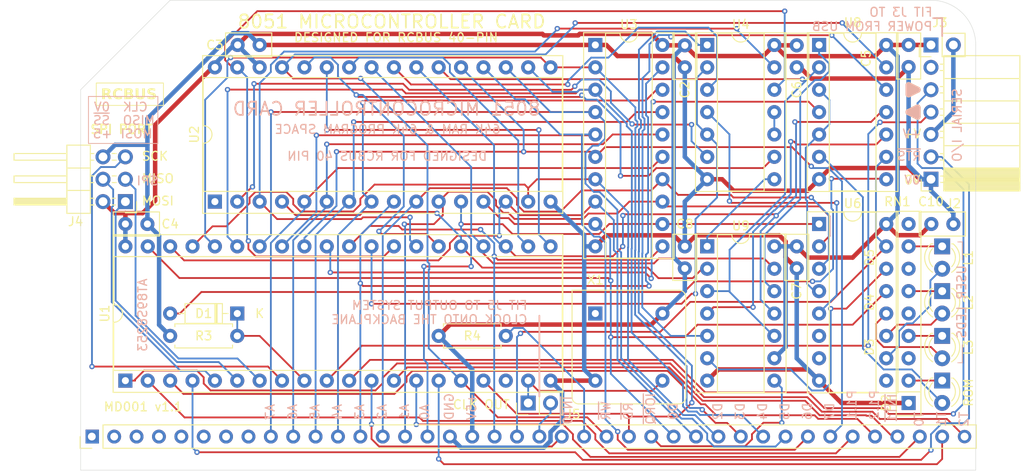
<source format=kicad_pcb>
(kicad_pcb (version 20240108) (generator "pcbnew") (generator_version "8.0")
  (layers (0 "F.Cu" signal) (31 "B.Cu" signal) (34 "B.Paste" user) (35 "F.Paste" user) (36 "B.SilkS" user "B.Silkscreen") (37 "F.SilkS" user "F.Silkscreen") (38 "B.Mask" user) (39 "F.Mask" user) (44 "Edge.Cuts" user))
  (net 0 "")
  (net 1 "GND")
  (net 2 "+5V")
  (net 3 "/RN1_2")
  (net 4 "/P12")
  (net 5 "/CLKOUT")
  (net 6 "/~{RESET_IN}")
  (net 7 "/AD3")
  (net 8 "/AD2")
  (net 9 "/A13")
  (net 10 "Net-(J5-Pin_1)")
  (net 11 "Net-(D1-A)")
  (net 12 "/A15")
  (net 13 "/A12")
  (net 14 "/~{INT1}")
  (net 15 "/T2")
  (net 16 "/~{EA}")
  (net 17 "Net-(D2-A)")
  (net 18 "/A10")
  (net 19 "/AD7")
  (net 20 "/RESET")
  (net 21 "Net-(D3-A)")
  (net 22 "/A8")
  (net 23 "/AD6")
  (net 24 "/AD1")
  (net 25 "/AD0")
  (net 26 "/~{IORQ}")
  (net 27 "/~{INT0}")
  (net 28 "/~{PSEN}")
  (net 29 "/A9")
  (net 30 "/T1")
  (net 31 "/AD5")
  (net 32 "/TXD")
  (net 33 "/P11")
  (net 34 "/AD4")
  (net 35 "/~{RD}")
  (net 36 "/A14")
  (net 37 "/~{RTS}")
  (net 38 "/ALE")
  (net 39 "/~{WR}")
  (net 40 "/A11")
  (net 41 "/~{CS_RAM}")
  (net 42 "/A7")
  (net 43 "/V_IN")
  (net 44 "/A1")
  (net 45 "/RXD")
  (net 46 "/A5")
  (net 47 "Net-(U2-A16)")
  (net 48 "/A0")
  (net 49 "/A2")
  (net 50 "Net-(U2-~{OE})")
  (net 52 "/A4")
  (net 53 "/A6")
  (net 54 "/A3")
  (net 56 "/~{SS}")
  (net 57 "/MISO")
  (net 58 "/MOSI")
  (net 59 "/SCK")
  (net 60 "/RAM_SHARE")
  (net 61 "Net-(U4-Pad10)")
  (net 62 "Net-(U4-Pad8)")
  (net 63 "/~{LATCH_WR}")
  (net 64 "Net-(U8-Pad12)")
  (net 65 "Net-(U8-Pad1)")
  (net 67 "Net-(U8-Pad10)")
  (net 69 "Net-(U6-Q0)")
  (net 70 "Net-(D4-K)")
  (net 72 "Net-(D4-A)")
  (net 73 "Net-(D5-A)")
  (net 74 "Net-(D5-K)")
  (net 79 "Net-(D3-K)")
  (net 83 "/T0")
  (net 91 "Net-(M1-~{MREQ})")
  (footprint "Connector_PinSocket_2.54mm:PinSocket_1x06_P2.54mm_Horizontal" (layer "F.Cu") (at 175.26 99.06 180)
    (property "Reference" "J2")
    (property "Value" "Conn_01x06")
  )
  (footprint "Capacitor_THT:C_Disc_D5.0mm_W2.5mm_P2.50mm" (layer "F.Cu") (at 86.32 104.14 180)
    (property "Reference" "C4")
    (property "Value" "100n")
  )
  (footprint "Connector_PinHeader_2.54mm:PinHeader_1x02_P2.54mm_Vertical" (layer "F.Cu") (at 175.26 83.82 90)
    (property "Reference" "J3")
    (property "Value" "Conn_01x02")
  )
  (footprint "Capacitor_THT:C_Disc_D5.0mm_W2.5mm_P2.50mm" (layer "F.Cu") (at 147.32 86.36 90)
    (property "Reference" "C2")
    (property "Value" "100n")
  )
  (footprint "MyLibrary2023:DIP-14_W7.62mm_Socket" (layer "F.Cu") (at 149.86 83.82)
    (property "Reference" "U4")
    (property "Value" "74LS08")
  )
  (footprint "MyLibrary2023:DIP-40_W15.24mm_Socket" (layer "F.Cu") (at 83.82 121.92 90)
    (property "Reference" "U1")
    (property "Value" "AT89S8253")
  )
  (footprint "Capacitor_THT:C_Disc_D5.0mm_W2.5mm_P2.50mm" (layer "F.Cu") (at 177.8 104.14 180)
    (property "Reference" "C10")
    (property "Value" "100n")
  )
  (footprint "Connector_PinHeader_2.54mm:PinHeader_2x03_P2.54mm_Horizontal" (layer "F.Cu") (at 83.82 101.6 180)
    (property "Reference" "J4")
    (property "Value" "Conn_02x03_Odd_Even")
  )
  (footprint "Resistor_THT:R_Array_SIP9" (layer "F.Cu") (at 172.72 124.46 90)
    (property "Reference" "RN1")
    (property "Value" "1K")
  )
  (footprint "Capacitor_THT:C_Disc_D5.0mm_W2.5mm_P2.50mm" (layer "F.Cu") (at 99.06 83.82 180)
    (property "Reference" "C3")
    (property "Value" "100n")
  )
  (footprint "Capacitor_THT:C_Disc_D5.0mm_W2.5mm_P2.50mm" (layer "F.Cu") (at 160.02 106.68 -90)
    (property "Reference" "C7")
    (property "Value" "100n")
  )
  (footprint "LED_THT:LED_D3.0mm" (layer "F.Cu") (at 176.53 106.68 -90)
    (property "Reference" "D5")
    (property "Value" "LED")
  )
  (footprint "Capacitor_THT:C_Disc_D5.0mm_W2.5mm_P2.50mm" (layer "F.Cu") (at 172.72 83.82 -90)
    (property "Reference" "C5")
    (property "Value" "100n")
  )
  (footprint "LED_THT:LED_D3.0mm" (layer "F.Cu") (at 176.53 121.91 -90)
    (property "Reference" "D2")
    (property "Value" "LED")
  )
  (footprint "Resistor_THT:R_Axial_DIN0207_L6.3mm_D2.5mm_P7.62mm_Horizontal" (layer "F.Cu") (at 119.38 116.84)
    (property "Reference" "R4")
    (property "Value" "4K7")
  )
  (footprint "LED_THT:LED_D3.0mm" (layer "F.Cu") (at 176.53 111.76 -90)
    (property "Reference" "D4")
    (property "Value" "LED")
  )
  (footprint "MyLibrary2023:DIP-32_W15.24mm_Socket" (layer "F.Cu") (at 93.98 101.6 90)
    (property "Reference" "U2")
    (property "Value" "AS6C1008")
  )
  (footprint "Resistor_THT:R_Axial_DIN0207_L6.3mm_D2.5mm_P7.62mm_Horizontal" (layer "F.Cu") (at 96.52 116.84 180)
    (property "Reference" "R3")
    (property "Value" "4K7")
  )
  (footprint "MyLibrary2023:DIP-14_W7.62mm_Socket" (layer "F.Cu") (at 149.86 106.68)
    (property "Reference" "U9")
    (property "Value" "74LS10")
  )
  (footprint "MyLibrary2023:RCBUS_40P_MEDIUM" (layer "F.Cu") (at 78.74 132.08)
    (property "Reference" "M1" (hide yes))
    (property "Value" "RC2014_40_PIN" (hide yes))
    (fp_line (start 0 -43.18) (end 0 0) (stroke (width 0.05)) (layer "Edge.Cuts"))
    (fp_line (start 0 0) (end 101.6 0) (stroke (width 0.05)) (layer "Edge.Cuts"))
    (fp_line (start 10.16 -53.34) (end 0 -43.18) (stroke (width 0.05)) (layer "Edge.Cuts"))
    (fp_line (start 96.52 -53.34) (end 10.16 -53.34) (stroke (width 0.05)) (layer "Edge.Cuts"))
    (fp_line (start 101.6 0) (end 101.6 -48.26) (stroke (width 0.05)) (layer "Edge.Cuts"))
    (fp_arc (start 96.52 -53.34) (mid 100.112102 -51.852102) (end 101.6 -48.26) (stroke (width 0.05)) (layer "Edge.Cuts"))
  )
  (footprint "Diode_THT:D_DO-35_SOD27_P7.62mm_Horizontal" (layer "F.Cu") (at 96.52 114.3 180)
    (property "Reference" "D1")
    (property "Value" "1N4148")
  )
  (footprint "MyLibrary2023:DIP-20_W7.62mm_Socket" (layer "F.Cu") (at 137.16 83.82)
    (property "Reference" "U3")
    (property "Value" "74LS573")
  )
  (footprint "Oscillator:Oscillator_DIP-8" (layer "F.Cu") (at 137.16 114.3 -90)
    (property "Reference" "X1")
    (property "Value" "CXO_DIP8")
  )
  (footprint "LED_THT:LED_D3.0mm" (layer "F.Cu") (at 176.53 116.84 -90)
    (property "Reference" "D3")
    (property "Value" "LED")
  )
  (footprint "Capacitor_THT:C_Disc_D5.0mm_W2.5mm_P2.50mm" (layer "F.Cu") (at 160.02 83.86 -90)
    (property "Reference" "C6")
    (property "Value" "100n")
  )
  (footprint "MyLibrary2023:DIP-16_W7.62mm_Socket" (layer "F.Cu") (at 162.56 104.14)
    (property "Reference" "U6")
    (property "Value" "74LS259")
  )
  (footprint "MyLibrary2023:DIP-14_W7.62mm_Socket" (layer "F.Cu") (at 162.56 83.82)
    (property "Reference" "U8")
    (property "Value" "74LS04")
  )
  (footprint "Connector_PinHeader_2.54mm:PinHeader_1x02_P2.54mm_Vertical" (layer "F.Cu") (at 129.54 124.46 90)
    (property "Reference" "J5")
    (property "Value" "Conn_01x02")
  )
  (footprint "Capacitor_THT:C_Disc_D5.0mm_W2.5mm_P2.50mm" (layer "F.Cu") (at 147.32 106.68 -90)
    (property "Reference" "C8")
    (property "Value" "100n")
  )
  (gr_line (start 79.629 89.662) (end 79.629 89.916) (stroke (width 0.1)) (layer "B.SilkS"))
  (gr_line (start 172.72 89.408) (end 173.736 88.9) (stroke (width 0.7)) (layer "B.SilkS"))
  (gr_line (start 173.736 88.9) (end 172.72 88.392) (stroke (width 0.7)) (layer "B.SilkS"))
  (gr_line (start 172.72 88.392) (end 172.72 89.408) (stroke (width 0.7)) (layer "B.SilkS"))
  (gr_line (start 172.72 91.44) (end 173.736 91.948) (stroke (width 0.7)) (layer "B.SilkS"))
  (gr_line (start 79.629 89.916) (end 79.629 94.996) (stroke (width 0.1)) (layer "B.SilkS"))
  (gr_line (start 176.53 80.772) (end 175.514 80.772) (stroke (width 0.2)) (layer "B.SilkS"))
  (gr_line (start 178.816 119.888) (end 178.308 119.888) (stroke (width 0.1)) (layer "B.SilkS"))
  (gr_line (start 173.736 90.932) (end 172.72 91.44) (stroke (width 0.7)) (layer "B.SilkS"))
  (gr_line (start 130.81 123.698) (end 130.81 114.554) (stroke (width 0.2)) (layer "B.SilkS"))
  (gr_line (start 87.503 89.662) (end 79.629 89.662) (stroke (width 0.1)) (layer "B.SilkS"))
  (gr_line (start 173.736 91.948) (end 173.736 90.932) (stroke (width 0.7)) (layer "B.SilkS"))
  (gr_line (start 87.503 94.996) (end 87.503 89.662) (stroke (width 0.1)) (layer "B.SilkS"))
  (gr_line (start 178.816 106.172) (end 178.308 106.172) (stroke (width 0.1)) (layer "B.SilkS"))
  (gr_line (start 176.53 82.804) (end 176.53 80.772) (stroke (width 0.2)) (layer "B.SilkS"))
  (gr_line (start 79.629 94.996) (end 87.503 94.996) (stroke (width 0.1)) (layer "B.SilkS"))
  (gr_line (start 178.816 108.204) (end 178.816 106.172) (stroke (width 0.1)) (layer "B.SilkS"))
  (gr_line (start 178.816 117.856) (end 178.816 119.888) (stroke (width 0.1)) (layer "B.SilkS"))
  (gr_rect (start 80.518 88.138) (end 88.138 90.678) (stroke (width 0.1)) (fill none) (layer "F.SilkS"))
  (gr_line (start 173.736 90.932) (end 172.72 91.44) (stroke (width 0.7)) (layer "F.SilkS"))
  (gr_line (start 172.72 89.408) (end 173.736 88.9) (stroke (width 0.7)) (layer "F.SilkS"))
  (gr_line (start 172.72 91.44) (end 173.736 91.948) (stroke (width 0.7)) (layer "F.SilkS"))
  (gr_line (start 173.736 91.948) (end 173.736 90.932) (stroke (width 0.7)) (layer "F.SilkS"))
  (gr_line (start 173.736 88.9) (end 172.72 88.392) (stroke (width 0.7)) (layer "F.SilkS"))
  (gr_line (start 172.72 88.392) (end 172.72 89.408) (stroke (width 0.7)) (layer "F.SilkS"))
  (gr_text "D7" (at 164.338 126.492 90) (layer "B.SilkS") (effects (font (size 1 1)) (justify right bottom mirror)))
  (gr_text "8051 MICROCONTROLLER CARD" (at 131.064 91.948 0) (layer "B.SilkS") (effects (font (size 1.5 1.5) (thickness 0.2) (bold yes)) (justify left bottom mirror)))
  (gr_text "A3" (at 110.998 126.492 90) (layer "B.SilkS") (effects (font (size 1 1)) (justify right bottom mirror)))
  (gr_text "AT89S8253" (at 86.36 110.236 90) (layer "B.SilkS") (effects (font (size 1 1)) (justify left bottom mirror)))
  (gr_text "64K RAM & 64K PROGRAM SPACE" (at 126.492 93.98 0) (layer "B.SilkS") (effects (font (size 1 1)) (justify left bottom mirror)))
  (gr_text "D4" (at 156.718 126.492 90) (layer "B.SilkS") (effects (font (size 1 1)) (justify right bottom mirror)))
  (gr_text "P1.1" (at 166.878 126.492 90) (layer "B.SilkS") (effects (font (size 1 1)) (justify right bottom mirror)))
  (gr_text "FIT J5 TO OUTPUT SYSTEM\nCLOCK ONTO THE BACKPLANE" (at 129.54 115.57 0) (layer "B.SilkS") (effects (font (size 1 1)) (justify left bottom mirror)))
  (gr_text "A2" (at 113.538 126.492 90) (layer "B.SilkS") (effects (font (size 1 1)) (justify right bottom mirror)))
  (gr_text "DESIGNED FOR RCBUS 40 PIN" (at 124.968 97.028 0) (layer "B.SilkS") (effects (font (size 1 1)) (justify left bottom mirror)))
  (gr_text "A4" (at 108.458 126.492 90) (layer "B.SilkS") (effects (font (size 1 1)) (justify right bottom mirror)))
  (gr_text "MISO" (at 83.439 92.964 0) (layer "B.SilkS") (effects (font (size 1 1)) (justify right bottom mirror)))
  (gr_text "~{INT0}" (at 134.62 127 90) (layer "B.SilkS") (effects (font (size 1 1)) (justify right bottom mirror)))
  (gr_text "D5" (at 159.258 126.492 90) (layer "B.SilkS") (effects (font (size 1 1)) (justify right bottom mirror)))
  (gr_text "~{WR}" (at 138.938 126.492 90) (layer "B.SilkS") (effects (font (size 1 1)) (justify right bottom mirror)))
  (gr_text "CLK" (at 83.439 91.44 0) (layer "B.SilkS") (effects (font (size 1 1)) (justify right bottom mirror)))
  (gr_text "~{IORQ}" (at 144.018 127 90) (layer "B.SilkS") (effects (font (size 1 1)) (justify right bottom mirror)))
  (gr_text "~{RD}" (at 141.478 126.492 90) (layer "B.SilkS") (effects (font (size 1 1)) (justify right bottom mirror)))
  (gr_text "0V" (at 82.169 91.44 0) (layer "B.SilkS") (effects (font (size 1 1)) (justify left bottom mirror)))
  (gr_text "T2" (at 179.578 127.254 90) (layer "B.SilkS") (effects (font (size 1 1)) (justify right bottom mirror)))
  (gr_text "A7" (at 100.838 126.492 90) (layer "B.SilkS") (effects (font (size 1 1)) (justify right bottom mirror)))
  (gr_text "A0" (at 118.364 126.492 90) (layer "B.SilkS") (effects (font (size 1 1)) (justify right bottom mirror)))
  (gr_text "T0" (at 174.498 127.254 90) (layer "B.SilkS") (effects (font (size 1 1)) (justify right bottom mirror)))
  (gr_text "FIT J3 TO\nPOWER FROM USB" (at 175.514 82.296 0) (layer "B.SilkS") (effects (font (size 1 1)) (justify left bottom mirror)))
  (gr_text "A6" (at 103.378 126.492 90) (layer "B.SilkS") (effects (font (size 1 1)) (justify right bottom mirror)))
  (gr_text "P1.2" (at 169.418 126.492 90) (layer "B.SilkS") (effects (font (size 1 1)) (justify right bottom mirror)))
  (gr_text "D6" (at 161.798 126.492 90) (layer "B.SilkS") (effects (font (size 1 1)) (justify right bottom mirror)))
  (gr_text "GND" (at 121.158 126.492 90) (layer "B.SilkS") (effects (font (size 1 1)) (justify right bottom mirror)))
  (gr_text "D2" (at 151.638 126.492 90) (layer "B.SilkS") (effects (font (size 1 1)) (justify right bottom mirror)))
  (gr_text "MOSI" (at 83.185 94.488 0) (layer "B.SilkS") (effects (font (size 1 1)) (justify right bottom mirror)))
  (gr_text "0V" (at 174.15 99.725 0) (layer "B.SilkS") (effects (font (size 1 1)) (justify left bottom mirror)))
  (gr_text "+V" (at 174.244 94.488 0) (layer "B.SilkS") (effects (font (size 1 1)) (justify left bottom mirror)))
  (gr_text "~{RTS}" (at 174.244 97.028 0) (layer "B.SilkS") (effects (font (size 1 1)) (justify left bottom mirror)))
  (gr_text "+5" (at 82.423 94.488 0) (layer "B.SilkS") (effects (font (size 1 1)) (justify left bottom mirror)))
  (gr_text "USER LEDS" (at 179.324 108.712 90) (layer "B.SilkS") (effects (font (size 1 1)) (justify left bottom mirror)))
  (gr_text "SPI" (at 87.63 99.822 0) (layer "B.SilkS") (effects (font (size 1 1)) (justify left bottom mirror)))
  (gr_text "SERIAL I/O" (at 178.816 88.646 90) (layer "B.SilkS") (effects (font (size 1 1)) (justify left bottom mirror)))
  (gr_text "D0" (at 146.558 126.492 90) (layer "B.SilkS") (effects (font (size 1 1)) (justify right bottom mirror)))
  (gr_text "A5" (at 105.918 126.492 90) (layer "B.SilkS") (effects (font (size 1 1)) (justify right bottom mirror)))
  (gr_text "+5V" (at 123.698 126.492 90) (layer "B.SilkS") (effects (font (size 1 1)) (justify right bottom mirror)))
  (gr_text "T1" (at 177.038 127.254 90) (layer "B.SilkS") (effects (font (size 1 1)) (justify right bottom mirror)))
  (gr_text "~{INT1}" (at 171.45 126.746 90) (layer "B.SilkS") (effects (font (size 1 1)) (justify right bottom mirror)))
  (gr_text "A1" (at 116.078 126.492 90) (layer "B.SilkS") (effects (font (size 1 1)) (justify right bottom mirror)))
  (gr_text "D3" (at 154.178 126.492 90) (layer "B.SilkS") (effects (font (size 1 1)) (justify right bottom mirror)))
  (gr_text "~{SS}" (at 82.169 92.964 0) (layer "B.SilkS") (effects (font (size 1 1)) (justify left bottom mirror)))
  (gr_text "SCK" (at 85.598 97.028 0) (layer "F.SilkS") (effects (font (size 1 1)) (justify left bottom)))
  (gr_text "DESIGNED FOR RCBUS 40-PIN" (at 102.87 83.566 0) (layer "F.SilkS") (effects (font (size 1 1)) (justify left bottom)))
  (gr_text "MISO" (at 85.598 99.568 0) (layer "F.SilkS") (effects (font (size 1 1)) (justify left bottom)))
  (gr_text "L3" (at 180.086 119.126 90) (layer "F.SilkS") (effects (font (size 1 1)) (justify left bottom)))
  (gr_text "MOSI" (at 85.598 102.108 0) (layer "F.SilkS") (effects (font (size 1 1)) (justify left bottom)))
  (gr_text "SPI PORT" (at 79.756 93.98 0) (layer "F.SilkS") (effects (font (size 1 1) (thickness 0.2) (bold yes)) (justify left bottom)))
  (gr_text "0V" (at 174.15 99.725 0) (layer "F.SilkS") (effects (font (size 1 1)) (justify right bottom)))
  (gr_text "CLK OUT" (at 120.904 125.222 0) (layer "F.SilkS") (effects (font (size 1 1)) (justify left bottom)))
  (gr_text "ROM" (at 180.086 124.968 90) (layer "F.SilkS") (effects (font (size 1 1)) (justify left bottom)))
  (gr_text "L2" (at 180.086 114.046 90) (layer "F.SilkS") (effects (font (size 1 1)) (justify left bottom)))
  (gr_text "8051 MICROCONTROLLER CARD" (at 114.046 82.042 0) (layer "F.SilkS") (effects (font (size 1.5 1.5) (thickness 0.2)) (justify bottom)))
  (gr_text "RCBUS" (at 81.026 90.17 0) (layer "F.SilkS") (effects (font (size 1.2 1.2) (thickness 0.2) (bold yes)) (justify left bottom)))
  (gr_text "+V" (at 174.244 94.488 0) (layer "F.SilkS") (effects (font (size 1 1)) (justify right bottom)))
  (gr_text "MD001 v1.1" (at 81.28 125.476 0) (layer "F.SilkS") (effects (font (size 1 1)) (justify left bottom)))
  (gr_text "L1" (at 180.086 108.966 90) (layer "F.SilkS") (effects (font (size 1 1)) (justify left bottom)))
  (segment (start 160.02 109.18) (end 158.75 107.91) (width 0.508) (layer "F.Cu") (net 1))
  (segment (start 137.16 83.82) (end 135.9043 83.82) (width 0.508) (layer "F.Cu") (net 1))
  (segment (start 161.6675 87.63) (end 160.3975 86.36) (width 0.508) (layer "F.Cu") (net 1))
  (segment (start 161.2579 100.3621) (end 152.852 100.3621) (width 0.508) (layer "F.Cu") (net 1))
  (segment (start 163.83 97.79) (end 172.72 97.79) (width 0.508) (layer "F.Cu") (net 1))
  (segment (start 148.5757 105.4243) (end 147.32 106.68) (width 0.508) (layer "F.Cu") (net 1))
  (segment (start 173.99 99.06) (end 175.26 99.06) (width 0.508) (layer "F.Cu") (net 1))
  (segment (start 158.0498 105.4243) (end 148.5757 105.4243) (width 0.508) (layer "F.Cu") (net 1))
  (segment (start 151.13 120.65) (end 161.29 120.65) (width 0.508) (layer "F.Cu") (net 1))
  (segment (start 138.4157 105.4243) (end 146.0643 105.4243) (width 0.508) (layer "F.Cu") (net 1))
  (segment (start 137.16 106.68) (end 138.4157 105.4243) (width 0.508) (layer "F.Cu") (net 1))
  (segment (start 149.86 121.92) (end 151.13 120.65) (width 0.508) (layer "F.Cu") (net 1))
  (segment (start 152.852 100.3621) (end 151.5499 99.06) (width 0.508) (layer "F.Cu") (net 1))
  (segment (start 161.29 120.65) (end 162.56 121.92) (width 0.508) (layer "F.Cu") (net 1))
  (segment (start 172.72 124.46) (end 165.1 124.46) (width 0.508) (layer "F.Cu") (net 1))
  (segment (start 160.3975 86.36) (end 160.02 86.36) (width 0.508) (layer "F.Cu") (net 1))
  (segment (start 139.6714 85.0757) (end 146.0357 85.0757) (width 0.508) (layer "F.Cu") (net 1))
  (segment (start 172.72 86.32) (end 171.41 87.63) (width 0.508) (layer "F.Cu") (net 1))
  (segment (start 158.75 107.91) (end 158.75 106.1245) (width 0.508) (layer "F.Cu") (net 1))
  (segment (start 146.0643 105.4243) (end 147.32 106.68) (width 0.508) (layer "F.Cu") (net 1))
  (segment (start 171.41 87.63) (end 161.6675 87.63) (width 0.508) (layer "F.Cu") (net 1))
  (segment (start 162.56 99.06) (end 163.83 97.79) (width 0.508) (layer "F.Cu") (net 1))
  (segment (start 137.16 83.82) (end 138.4157 83.82) (width 0.508) (layer "F.Cu") (net 1))
  (segment (start 172.72 97.79) (end 173.99 99.06) (width 0.508) (layer "F.Cu") (net 1))
  (segment (start 162.56 99.06) (end 161.2579 100.3621) (width 0.508) (layer "F.Cu") (net 1))
  (segment (start 135.9043 83.82) (end 99.06 83.82) (width 0.508) (layer "F.Cu") (net 1))
  (segment (start 137.16 121.92) (end 132.08 121.92) (width 0.508) (layer "F.Cu") (net 1))
  (segment (start 165.1 124.46) (end 162.56 121.92) (width 0.508) (layer "F.Cu") (net 1))
  (segment (start 158.75 106.1245) (end 158.0498 105.4243) (width 0.508) (layer "F.Cu") (net 1))
  (segment (start 151.5499 99.06) (end 149.86 99.06) (width 0.508) (layer "F.Cu") (net 1))
  (segment (start 146.0357 85.0757) (end 147.32 86.36) (width 0.508) (layer "F.Cu") (net 1))
  (segment (start 138.4157 83.82) (end 139.6714 85.0757) (width 0.508) (layer "F.Cu") (net 1))
  (segment (start 120.65 128.27) (end 121.9115 129.5315) (width 0.508) (layer "B.Cu") (net 1))
  (segment (start 147.32 106.68) (end 147.32 101.6) (width 0.508) (layer "B.Cu") (net 1))
  (segment (start 132.08 101.6) (end 135.8972 105.4172) (width 0.508) (layer "B.Cu") (net 1))
  (segment (start 174.244 99.06) (end 175.26 99.06) (width 0.508) (layer "B.Cu") (net 1))
  (segment (start 87.646 115.586) (end 87.646 105.466) (width 0.508) (layer "B.Cu") (net 1))
  (segment (start 162.56 121.92) (end 160.02 119.38) (width 0.508) (layer "B.Cu") (net 1))
  (segment (start 86.32 104.14) (end 86.32 95.1501) (width 0.508) (layer "B.Cu") (net 1))
  (segment (start 135.8972 105.4172) (end 135.8972 106.68) (width 0.508) (layer "B.Cu") (net 1))
  (segment (start 175.26 100.3657) (end 177.8 102.9057) (width 0.508) (layer "B.Cu") (net 1))
  (segment (start 121.9115 129.5315) (end 131.3066 129.5315) (width 0.508) (layer "B.Cu") (net 1))
  (segment (start 160.02 119.38) (end 160.02 109.18) (width 0.508) (layer "B.Cu") (net 1))
  (segment (start 132.0761 127.7584) (end 133.3857 126.4488) (width 0.508) (layer "B.Cu") (net 1))
  (segment (start 177.8 102.9057) (end 177.8 104.14) (width 0.508) (layer "B.Cu") (net 1))
  (segment (start 96.0128 82.4835) (end 97.7235 82.4835) (width 0.508) (layer "B.Cu") (net 1))
  (segment (start 133.3857 126.4488) (end 133.3857 123.2257) (width 0.508) (layer "B.Cu") (net 1))
  (segment (start 172.72 86.32) (end 172.72 97.536) (width 0.508) (layer "B.Cu") (net 1))
  (segment (start 81.28 96.52) (end 82.6499 95.1501) (width 0.508) (layer "B.Cu") (net 1))
  (segment (start 133.3857 123.2257) (end 132.08 121.92) (width 0.508) (layer "B.Cu") (net 1))
  (segment (start 131.3066 129.5315) (end 132.0761 128.762) (width 0.508) (layer "B.Cu") (net 1))
  (segment (start 82.6499 95.1501) (end 86.32 95.1501) (width 0.508) (layer "B.Cu") (net 1))
  (segment (start 172.72 97.536) (end 174.244 99.06) (width 0.508) (layer "B.Cu") (net 1))
  (segment (start 147.32 101.6) (end 149.86 99.06) (width 0.508) (layer "B.Cu") (net 1))
  (segment (start 147.32 96.52) (end 147.32 86.36) (width 0.508) (layer "B.Cu") (net 1))
  (segment (start 175.26 99.06) (end 175.26 100.3657) (width 0.508) (layer "B.Cu") (net 1))
  (segment (start 88.9 116.84) (end 87.646 115.586) (width 0.508) (layer "B.Cu") (net 1))
  (segment (start 135.8972 120.6572) (end 137.16 121.92) (width 0.508) (layer "B.Cu") (net 1))
  (segment (start 135.8972 106.68) (end 135.8972 120.6572) (width 0.508) (layer "B.Cu") (net 1))
  (segment (start 86.32 92.1763) (end 96.0128 82.4835) (width 0.508) (layer "B.Cu") (net 1))
  (segment (start 135.8972 106.68) (end 137.16 106.68) (width 0.508) (layer "B.Cu") (net 1))
  (segment (start 87.646 105.466) (end 86.32 104.14) (width 0.508) (layer "B.Cu") (net 1))
  (segment (start 86.32 95.1501) (end 86.32 92.1763) (width 0.508) (layer "B.Cu") (net 1))
  (segment (start 132.0761 128.762) (end 132.0761 127.7584) (width 0.508) (layer "B.Cu") (net 1))
  (segment (start 149.86 99.06) (end 147.32 96.52) (width 0.508) (layer "B.Cu") (net 1))
  (segment (start 97.7235 82.4835) (end 99.06 83.82) (width 0.508) (layer "B.Cu") (net 1))
  (segment (start 81.28 101.6) (end 82.5857 102.9057) (width 0.508) (layer "F.Cu") (net 2))
  (segment (start 171.45 105.41) (end 174.03 105.41) (width 0.508) (layer "F.Cu") (net 2))
  (segment (start 120.6643 115.5557) (end 143.5243 115.5557) (width 0.508) (layer "F.Cu") (net 2))
  (segment (start 143.5243 115.5557) (end 144.78 114.3) (width 0.508) (layer "F.Cu") (net 2))
  (segment (start 119.38 116.84) (end 120.6643 115.5557) (width 0.508) (layer "F.Cu") (net 2))
  (segment (start 157.48 83.82) (end 158.75 85.09) (width 0.508) (layer "F.Cu") (net 2))
  (segment (start 82.5857 102.9057) (end 83.82 102.9057) (width 0.508) (layer "F.Cu") (net 2))
  (segment (start 143.5243 82.5643) (end 144.78 83.82) (width 0.508) (layer "F.Cu") (net 2))
  (segment (start 172.72 83.82) (end 175.26 83.82) (width 0.508) (layer "F.Cu") (net 2))
  (segment (start 135.2154 82.7309) (end 135.382 82.5643) (width 0.508) (layer "F.Cu") (net 2))
  (segment (start 170.18 104.14) (end 166.37 107.95) (width 0.508) (layer "F.Cu") (net 2))
  (segment (start 97.8157 82.5643) (end 131.1514 82.5643) (width 0.508) (layer "F.Cu") (net 2))
  (segment (start 157.52 83.86) (end 157.48 83.82) (width 0.508) (layer "F.Cu") (net 2))
  (segment (start 158.75 85.09) (end 168.91 85.09) (width 0.508) (layer "F.Cu") (net 2))
  (segment (start 135.382 82.5643) (end 143.5243 82.5643) (width 0.508) (layer "F.Cu") (net 2))
  (segment (start 144.78 83.82) (end 144.82 83.86) (width 0.508) (layer "F.Cu") (net 2))
  (segment (start 166.37 107.95) (end 161.29 107.95) (width 0.508) (layer "F.Cu") (net 2))
  (segment (start 170.18 83.82) (end 172.72 83.82) (width 0.508) (layer "F.Cu") (net 2))
  (segment (start 83.82 102.9057) (end 83.82 104.14) (width 0.508) (layer "F.Cu") (net 2))
  (segment (start 131.1514 82.5643) (end 131.318 82.7309) (width 0.508) (layer "F.Cu") (net 2))
  (segment (start 93.726 86.36) (end 93.98 86.36) (width 0.508) (layer "F.Cu") (net 2))
  (segment (start 87.1956 101.4886) (end 87.1956 92.8904) (width 0.508) (layer "F.Cu") (net 2))
  (segment (start 144.82 83.86) (end 147.32 83.86) (width 0.508) (layer "F.Cu") (net 2))
  (segment (start 160.02 83.86) (end 157.52 83.86) (width 0.508) (layer "F.Cu") (net 2))
  (segment (start 87.1956 92.8904) (end 93.726 86.36) (width 0.508) (layer "F.Cu") (net 2))
  (segment (start 156.2243 85.0757) (end 148.5357 85.0757) (width 0.508) (layer "F.Cu") (net 2))
  (segment (start 96.56 83.82) (end 97.8157 82.5643) (width 0.508) (layer "F.Cu") (net 2))
  (segment (start 148.5357 85.0757) (end 147.32 83.86) (width 0.508) (layer "F.Cu") (net 2))
  (segment (start 161.29 107.95) (end 160.02 106.68) (width 0.508) (layer "F.Cu") (net 2))
  (segment (start 83.82 102.9057) (end 85.7785 102.9057) (width 0.508) (layer "F.Cu") (net 2))
  (segment (start 131.318 82.7309) (end 135.2154 82.7309) (width 0.508) (layer "F.Cu") (net 2))
  (segment (start 174.03 105.41) (end 175.3 104.14) (width 0.508) (layer "F.Cu") (net 2))
  (segment (start 85.7785 102.9057) (end 87.1956 101.4886) (width 0.508) (layer "F.Cu") (net 2))
  (segment (start 157.48 83.82) (end 156.2243 85.0757) (width 0.508) (layer "F.Cu") (net 2))
  (segment (start 168.91 85.09) (end 170.18 83.82) (width 0.508) (layer "F.Cu") (net 2))
  (segment (start 170.18 104.14) (end 171.45 105.41) (width 0.508) (layer "F.Cu") (net 2))
  (segment (start 171.4643 102.8557) (end 170.18 104.14) (width 0.508) (layer "B.Cu") (net 2))
  (segment (start 96.1281 83.82) (end 93.98 85.9681) (width 0.508) (layer "B.Cu") (net 2))
  (segment (start 146.05 85.13) (end 146.05 107.91) (width 0.508) (layer "B.Cu") (net 2))
  (segment (start 123.19 120.65) (end 119.38 116.84) (width 0.508) (layer "B.Cu") (net 2))
  (segment (start 160.02 106.68) (end 158.75 106.68) (width 0.508) (layer "B.Cu") (net 2))
  (segment (start 96.56 83.82) (end 96.1281 83.82) (width 0.508) (layer "B.Cu") (net 2))
  (segment (start 147.32 83.86) (end 146.05 85.13) (width 0.508) (layer "B.Cu") (net 2))
  (segment (start 170.18 83.82) (end 171.4643 85.1043) (width 0.508) (layer "B.Cu") (net 2))
  (segment (start 146.05 107.91) (end 147.32 109.18) (width 0.508) (layer "B.Cu") (net 2))
  (segment (start 123.19 128.27) (end 123.19 120.65) (width 0.508) (layer "B.Cu") (net 2))
  (segment (start 171.4643 85.1043) (end 171.4643 102.8557) (width 0.508) (layer "B.Cu") (net 2))
  (segment (start 99.06 86.36) (end 96.56 83.86) (width 0.508) (layer "B.Cu") (net 2))
  (segment (start 147.32 109.18) (end 147.32 111.76) (width 0.508) (layer "B.Cu") (net 2))
  (segment (start 147.32 111.76) (end 144.78 114.3) (width 0.508) (layer "B.Cu") (net 2))
  (segment (start 96.56 83.86) (end 96.56 83.82) (width 0.508) (layer "B.Cu") (net 2))
  (segment (start 158.75 106.68) (end 157.48 106.68) (width 0.508) (layer "B.Cu") (net 2))
  (segment (start 83.82 106.68) (end 83.82 104.14) (width 0.508) (layer "B.Cu") (net 2))
  (segment (start 158.75 118.11) (end 157.48 119.38) (width 0.508) (layer "B.Cu") (net 2))
  (segment (start 93.98 85.9681) (end 93.98 86.36) (width 0.508) (layer "B.Cu") (net 2))
  (segment (start 158.75 106.68) (end 158.75 118.11) (width 0.508) (layer "B.Cu") (net 2))
  (segment (start 172.72 121.92) (end 173.8233 121.92) (width 0.2032) (layer "F.Cu") (net 3))
  (segment (start 173.8333 121.91) (end 173.8233 121.92) (width 0.2032) (layer "F.Cu") (net 3))
  (segment (start 176.53 121.91) (end 173.8333 121.91) (width 0.2032) (layer "F.Cu") (net 3))
  (segment (start 88.9 121.92) (end 90.4104 123.4304) (width 0.2032) (layer "F.Cu") (net 4))
  (segment (start 149.1649 124.6079) (end 149.6321 124.6079) (width 0.2032) (layer "F.Cu") (net 4))
  (segment (start 150.8737 125.8495) (end 162.0474 125.8495) (width 0.2032) (layer "F.Cu") (net 4))
  (segment (start 115.7367 122.044) (end 115.7367 121.463) (width 0.2032) (layer "F.Cu") (net 4))
  (segment (start 90.4104 123.4304) (end 114.3503 123.4304) (width 0.2032) (layer "F.Cu") (net 4))
  (segment (start 162.4523 126.2544) (end 166.8944 126.2544) (width 0.2032) (layer "F.Cu") (net 4))
  (segment (start 115.7367 121.463) (end 116.384 120.8157) (width 0.2032) (layer "F.Cu") (net 4))
  (segment (start 114.3503 123.4304) (end 115.7367 122.044) (width 0.2032) (layer "F.Cu") (net 4))
  (segment (start 145.3727 120.8157) (end 149.1649 124.6079) (width 0.2032) (layer "F.Cu") (net 4))
  (segment (start 166.8944 126.2544) (end 168.91 128.27) (width 0.2032) (layer "F.Cu") (net 4))
  (segment (start 162.0474 125.8495) (end 162.4523 126.2544) (width 0.2032) (layer "F.Cu") (net 4))
  (segment (start 116.384 120.8157) (end 145.3727 120.8157) (width 0.2032) (layer "F.Cu") (net 4))
  (segment (start 149.6321 124.6079) (end 150.8737 125.8495) (width 0.2032) (layer "F.Cu") (net 4))
  (segment (start 132.08 124.46) (end 132.08 125.6133) (width 0.2032) (layer "B.Cu") (net 5))
  (segment (start 130.81 128.27) (end 130.81 126.8833) (width 0.2032) (layer "B.Cu") (net 5))
  (segment (start 130.81 126.8833) (end 132.08 125.6133) (width 0.2032) (layer "B.Cu") (net 5))
  (segment (start 163.8812 112.9788) (end 147.9328 112.9788) (width 0.2032) (layer "F.Cu") (net 6))
  (segment (start 170.18 106.68) (end 163.8812 112.9788) (width 0.2032) (layer "F.Cu") (net 6))
  (segment (start 147.9328 112.9788) (end 144.5311 116.3805) (width 0.2032) (layer "F.Cu") (net 6))
  (segment (start 144.5311 116.3805) (end 128.8488 116.3805) (width 0.2032) (layer "F.Cu") (net 6))
  (segment (start 128.8488 116.3805) (end 128.6707 116.5586) (width 0.2032) (layer "F.Cu") (net 6))
  (via (at 128.6707 116.5586) (size 0.6) (drill 0.3) (layers "F.Cu" "B.Cu") (net 6))
  (segment (start 169.0147 105.5147) (end 169.0147 97.6853) (width 0.2032) (layer "B.Cu") (net 6))
  (segment (start 170.18 106.68) (end 169.0147 105.5147) (width 0.2032) (layer "B.Cu") (net 6))
  (segment (start 128.27 116.9593) (end 128.27 128.27) (width 0.2032) (layer "B.Cu") (net 6))
  (segment (start 169.0147 97.6853) (end 170.18 96.52) (width 0.2032) (layer "B.Cu") (net 6))
  (segment (start 128.6707 116.5586) (end 128.27 116.9593) (width 0.2032) (layer "B.Cu") (net 6))
  (segment (start 137.16 86.36) (end 132.08 86.36) (width 0.2032) (layer "F.Cu") (net 7))
  (segment (start 150.8003 126.7168) (end 149.2948 125.2113) (width 0.2032) (layer "F.Cu") (net 7))
  (segment (start 152.1168 126.7168) (end 150.8003 126.7168) (width 0.2032) (layer "F.Cu") (net 7))
  (segment (start 130.9858 85.2498) (end 95.7669 85.2498) (width 0.2032) (layer "F.Cu") (net 7))
  (segment (start 130.9858 85.2498) (end 130.9858 85.2658) (width 0.2032) (layer "F.Cu") (net 7))
  (segment (start 130.9858 85.2658) (end 132.08 86.36) (width 0.2032) (layer "F.Cu") (net 7))
  (segment (start 153.67 128.27) (end 152.1168 126.7168) (width 0.2032) (layer "F.Cu") (net 7))
  (via (at 95.7669 85.2498) (size 0.6) (drill 0.3) (layers "F.Cu" "B.Cu") (net 7))
  (via (at 149.2948 125.2113) (size 0.6) (drill 0.3) (layers "F.Cu" "B.Cu") (net 7))
  (segment (start 141.7054 92.3052) (end 141.7054 90.9054) (width 0.2032) (layer "B.Cu") (net 7))
  (segment (start 141.7054 90.9054) (end 137.16 86.36) (width 0.2032) (layer "B.Cu") (net 7))
  (segment (start 92.8767 90.0425) (end 95.3927 87.5265) (width 0.2032) (layer "B.Cu") (net 7))
  (segment (start 141.9357 92.5355) (end 141.7054 92.3052) (width 0.2032) (layer "B.Cu") (net 7))
  (segment (start 149.1057 125.0222) (end 147.8726 125.0222) (width 0.2032) (layer "B.Cu") (net 7))
  (segment (start 141.9357 93.0353) (end 141.9357 92.5355) (width 0.2032) (layer "B.Cu") (net 7))
  (segment (start 149.2948 125.2113) (end 149.1057 125.0222) (width 0.2032) (layer "B.Cu") (net 7))
  (segment (start 95.3927 85.624) (end 95.7669 85.2498) (width 0.2032) (layer "B.Cu") (net 7))
  (segment (start 141.68 114.4423) (end 141.68 107.1312) (width 0.2032) (layer "B.Cu") (net 7))
  (segment (start 147.5191 124.6687) (end 147.5191 120.2814) (width 0.2032) (layer "B.Cu") (net 7))
  (segment (start 141.68 107.1312) (end 141.7054 107.1058) (width 0.2032) (layer "B.Cu") (net 7))
  (segment (start 93.98 106.68) (end 92.8767 105.5767) (width 0.2032) (layer "B.Cu") (net 7))
  (segment (start 147.8726 125.0222) (end 147.5191 124.6687) (width 0.2032) (layer "B.Cu") (net 7))
  (segment (start 141.7054 107.1058) (end 141.7054 93.2656) (width 0.2032) (layer "B.Cu") (net 7))
  (segment (start 147.5191 120.2814) (end 141.68 114.4423) (width 0.2032) (layer "B.Cu") (net 7))
  (segment (start 92.8767 105.5767) (end 92.8767 90.0425) (width 0.2032) (layer "B.Cu") (net 7))
  (segment (start 95.3927 87.5265) (end 95.3927 85.624) (width 0.2032) (layer "B.Cu") (net 7))
  (segment (start 141.7054 93.2656) (end 141.9357 93.0353) (width 0.2032) (layer "B.Cu") (net 7))
  (segment (start 103.6878 102.7189) (end 109.7051 102.7189) (width 0.2032) (layer "F.Cu") (net 8))
  (segment (start 102.87 101.9011) (end 103.6878 102.7189) (width 0.2032) (layer "F.Cu") (net 8))
  (segment (start 129.54 100.0671) (end 130.5471 99.06) (width 0.2032) (layer "F.Cu") (net 8))
  (segment (start 93.7164 104.4036) (end 95.2943 104.4036) (width 0.2032) (layer "F.Cu") (net 8))
  (segment (start 129.54 101.6) (end 129.54 100.0671) (width 0.2032) (layer "F.Cu") (net 8))
  (segment (start 112.097 99.6687) (end 129.1416 99.6687) (width 0.2032) (layer "F.Cu") (net 8))
  (segment (start 110.4901 101.2756) (end 112.097 99.6687) (width 0.2032) (layer "F.Cu") (net 8))
  (segment (start 129.1416 99.6687) (end 129.54 100.0671) (width 0.2032) (layer "F.Cu") (net 8))
  (segment (start 95.2943 104.4036) (end 97.9156 101.7823) (width 0.2032) (layer "F.Cu") (net 8))
  (segment (start 102.0794 100.4967) (end 102.87 101.2873) (width 0.2032) (layer "F.Cu") (net 8))
  (segment (start 102.87 101.2873) (end 102.87 101.9011) (width 0.2032) (layer "F.Cu") (net 8))
  (segment (start 109.7051 102.7189) (end 110.4901 101.9339) (width 0.2032) (layer "F.Cu") (net 8))
  (segment (start 91.44 106.68) (end 93.7164 104.4036) (width 0.2032) (layer "F.Cu") (net 8))
  (segment (start 97.9156 101.7823) (end 97.9156 101.1489) (width 0.2032) (layer "F.Cu") (net 8))
  (segment (start 98.5678 100.4967) (end 102.0794 100.4967) (width 0.2032) (layer "F.Cu") (net 8))
  (segment (start 130.5471 99.06) (end 137.16 99.06) (width 0.2032) (layer "F.Cu") (net 8))
  (segment (start 97.9156 101.1489) (end 98.5678 100.4967) (width 0.2032) (layer "F.Cu") (net 8))
  (segment (start 110.4901 101.9339) (end 110.4901 101.2756) (width 0.2032) (layer "F.Cu") (net 8))
  (segment (start 137.16 99.06) (end 140.8956 102.7956) (width 0.2032) (layer "B.Cu") (net 8))
  (segment (start 148.4898 125.832) (end 150.9278 128.27) (width 0.2032) (layer "B.Cu") (net 8))
  (segment (start 140.8956 106.7704) (end 140.8702 106.7958) (width 0.2032) (layer "B.Cu") (net 8))
  (segment (start 140.8956 102.7956) (end 140.8956 106.7704) (width 0.2032) (layer "B.Cu") (net 8))
  (segment (start 140.8702 106.7958) (end 140.8702 119.5705) (width 0.2032) (layer "B.Cu") (net 8))
  (segment (start 147.1317 125.832) (end 148.4898 125.832) (width 0.2032) (layer "B.Cu") (net 8))
  (segment (start 140.8702 119.5705) (end 147.1317 125.832) (width 0.2032) (layer "B.Cu") (net 8))
  (segment (start 150.9278 128.27) (end 151.13 128.27) (width 0.2032) (layer "B.Cu") (net 8))
  (segment (start 144.0844 97.79) (end 156.21 97.79) (width 0.2032) (layer "F.Cu") (net 9))
  (segment (start 110.2543 89.7167) (end 135.4233 89.7167) (width 0.2032) (layer "F.Cu") (net 9))
  (segment (start 117.9742 105.2742) (end 119.38 106.68) (width 0.2032) (layer "F.Cu") (net 9))
  (segment (start 140.0211 98.676) (end 143.1984 98.676) (width 0.2032) (layer "F.Cu") (net 9))
  (segment (start 110.0249 89.4873) (end 110.2543 89.7167) (width 0.2032) (layer "F.Cu") (net 9))
  (segment (start 156.21 97.79) (end 157.48 96.52) (width 0.2032) (layer "F.Cu") (net 9))
  (segment (start 112.6003 104.9707) (end 112.9038 105.2742) (width 0.2032) (layer "F.Cu") (net 9))
  (segment (start 135.4233 89.7167) (end 135.6234 89.5166) (width 0.2032) (layer "F.Cu") (net 9))
  (segment (start 143.1984 98.676) (end 144.0844 97.79) (width 0.2032) (layer "F.Cu") (net 9))
  (segment (start 112.9038 105.2742) (end 117.9742 105.2742) (width 0.2032) (layer "F.Cu") (net 9))
  (via (at 110.0249 89.4873) (size 0.6) (drill 0.3) (layers "F.Cu" "B.Cu") (net 9))
  (via (at 135.6234 89.5166) (size 0.6) (drill 0.3) (layers "F.Cu" "B.Cu") (net 9))
  (via (at 112.6003 104.9707) (size 0.6) (drill 0.3) (layers "F.Cu" "B.Cu") (net 9))
  (via (at 140.0211 98.676) (size 0.6) (drill 0.3) (layers "F.Cu" "B.Cu") (net 9))
  (segment (start 107.95 87.4124) (end 110.0249 89.4873) (width 0.2032) (layer "B.Cu") (net 9))
  (segment (start 112.6003 104.9707) (end 115.4177 102.1533) (width 0.2032) (layer "B.Cu") (net 9))
  (segment (start 140.0211 92.7279) (end 137.3205 90.0273) (width 0.2032) (layer "B.Cu") (net 9))
  (segment (start 107.1137 85.2281) (end 107.95 86.0644) (width 0.2032) (layer "B.Cu") (net 9))
  (segment (start 105.2719 85.2281) (end 107.1137 85.2281) (width 0.2032) (layer "B.Cu") (net 9))
  (segment (start 115.4177 102.1533) (end 115.4177 94.1464) (width 0.2032) (layer "B.Cu") (net 9))
  (segment (start 136.1341 90.0273) (end 135.6234 89.5166) (width 0.2032) (layer "B.Cu") (net 9))
  (segment (start 104.14 86.36) (end 105.2719 85.2281) (width 0.2032) (layer "B.Cu") (net 9))
  (segment (start 115.4177 94.1464) (end 110.7586 89.4873) (width 0.2032) (layer "B.Cu") (net 9))
  (segment (start 107.95 86.0644) (end 107.95 87.4124) (width 0.2032) (layer "B.Cu") (net 9))
  (segment (start 140.0211 98.676) (end 140.0211 92.7279) (width 0.2032) (layer "B.Cu") (net 9))
  (segment (start 110.7586 89.4873) (end 110.0249 89.4873) (width 0.2032) (layer "B.Cu") (net 9))
  (segment (start 137.3205 90.0273) (end 136.1341 90.0273) (width 0.2032) (layer "B.Cu") (net 9))
  (segment (start 130.6974 123.0774) (end 129.54 121.92) (width 0.2032) (layer "F.Cu") (net 10))
  (segment (start 144.78 121.92) (end 143.6226 123.0774) (width 0.2032) (layer "F.Cu") (net 10))
  (segment (start 143.6226 123.0774) (end 130.6974 123.0774) (width 0.2032) (layer "F.Cu") (net 10))
  (segment (start 129.54 121.92) (end 129.54 124.46) (width 0.2032) (layer "B.Cu") (net 10))
  (segment (start 170.1213 99.0013) (end 163.9516 99.0013) (width 0.2032) (layer "F.Cu") (net 11))
  (segment (start 161.8139 110.6507) (end 148.4295 110.6507) (width 0.2032) (layer "F.Cu") (net 11))
  (segment (start 170.18 99.06) (end 170.1213 99.0013) (width 0.2032) (layer "F.Cu") (net 11))
  (segment (start 88.9 114.3) (end 90.0033 114.3) (width 0.2032) (layer "F.Cu") (net 11))
  (segment (start 147.2221 111.8581) (end 92.4452 111.8581) (width 0.2032) (layer "F.Cu") (net 11))
  (segment (start 148.4295 110.6507) (end 147.2221 111.8581) (width 0.2032) (layer "F.Cu") (net 11))
  (segment (start 92.4452 111.8581) (end 90.0033 114.3) (width 0.2032) (layer "F.Cu") (net 11))
  (via (at 161.8139 110.6507) (size 0.6) (drill 0.3) (layers "F.Cu" "B.Cu") (net 11))
  (via (at 163.9516 99.0013) (size 0.6) (drill 0.3) (layers "F.Cu" "B.Cu") (net 11))
  (segment (start 161.8139 110.6507) (end 162.7282 110.6507) (width 0.2032) (layer "B.Cu") (net 11))
  (segment (start 164.15 102.5642) (end 163.9516 102.3658) (width 0.2032) (layer "B.Cu") (net 11))
  (segment (start 164.15 109.2289) (end 164.15 102.5642) (width 0.2032) (layer "B.Cu") (net 11))
  (segment (start 163.9516 102.3658) (end 163.9516 99.0013) (width 0.2032) (layer "B.Cu") (net 11))
  (segment (start 162.7282 110.6507) (end 164.15 109.2289) (width 0.2032) (layer "B.Cu") (net 11))
  (segment (start 95.1397 85.538) (end 95.1397 83.6353) (width 0.2032) (layer "F.Cu") (net 12))
  (segment (start 97.7818 106.9856) (end 97.7818 106.0623) (width 0.2032) (layer "F.Cu") (net 12))
  (segment (start 98.7916 79.9834) (end 158.6544 79.9834) (width 0.2032) (layer "F.Cu") (net 12))
  (segment (start 98.6195 107.8233) (end 97.7818 106.9856) (width 0.2032) (layer "F.Cu") (net 12))
  (segment (start 113.1567 107.8233) (end 98.6195 107.8233) (width 0.2032) (layer "F.Cu") (net 12))
  (segment (start 96.52 86.36) (end 95.9617 86.36) (width 0.2032) (layer "F.Cu") (net 12))
  (segment (start 95.1397 83.6353) (end 98.7916 79.9834) (width 0.2032) (layer "F.Cu") (net 12))
  (segment (start 95.9617 86.36) (end 95.1397 85.538) (width 0.2032) (layer "F.Cu") (net 12))
  (segment (start 114.3 106.68) (end 113.1567 107.8233) (width 0.2032) (layer "F.Cu") (net 12))
  (via (at 97.7818 106.0623) (size 0.6) (drill 0.3) (layers "F.Cu" "B.Cu") (net 12))
  (via (at 158.6544 79.9834) (size 0.6) (drill 0.3) (layers "F.Cu" "B.Cu") (net 12))
  (segment (start 96.52 86.36) (end 97.6424 87.4824) (width 0.2032) (layer "B.Cu") (net 12))
  (segment (start 157.48 88.9) (end 158.6544 87.7256) (width 0.2032) (layer "B.Cu") (net 12))
  (segment (start 97.6424 105.9229) (end 97.7818 106.0623) (width 0.2032) (layer "B.Cu") (net 12))
  (segment (start 158.6544 87.7256) (end 158.6544 79.9834) (width 0.2032) (layer "B.Cu") (net 12))
  (segment (start 97.6424 87.4824) (end 97.6424 105.9229) (width 0.2032) (layer "B.Cu") (net 12))
  (segment (start 119.0399 102.7712) (end 119.1945 102.9258) (width 0.2032) (layer "F.Cu") (net 13))
  (segment (start 148.2179 110.2895) (end 144.3215 110.2895) (width 0.2032) (layer "F.Cu") (net 13))
  (segment (start 143.1232 109.0912) (end 124.3312 109.0912) (width 0.2032) (layer "F.Cu") (net 13))
  (segment (start 149.2874 109.22) (end 148.2179 110.2895) (width 0.2032) (layer "F.Cu") (net 13))
  (segment (start 144.3215 110.2895) (end 143.1232 109.0912) (width 0.2032) (layer "F.Cu") (net 13))
  (segment (start 110.4336 103.1255) (end 110.7879 102.7712) (width 0.2032) (layer "F.Cu") (net 13))
  (segment (start 124.3312 109.0912) (end 121.92 106.68) (width 0.2032) (layer "F.Cu") (net 13))
  (segment (start 103.1255 103.1255) (end 110.4336 103.1255) (width 0.2032) (layer "F.Cu") (net 13))
  (segment (start 101.6 101.6) (end 103.1255 103.1255) (width 0.2032) (layer "F.Cu") (net 13))
  (segment (start 110.7879 102.7712) (end 119.0399 102.7712) (width 0.2032) (layer "F.Cu") (net 13))
  (segment (start 149.86 109.22) (end 149.2874 109.22) (width 0.2032) (layer "F.Cu") (net 13))
  (via (at 119.1945 102.9258) (size 0.6) (drill 0.3) (layers "F.Cu" "B.Cu") (net 13))
  (segment (start 121.92 106.68) (end 121.92 105.6513) (width 0.2032) (layer "B.Cu") (net 13))
  (segment (start 121.92 105.6513) (end 119.1945 102.9258) (width 0.2032) (layer "B.Cu") (net 13))
  (segment (start 167.9436 125.9088) (end 168.5162 125.9088) (width 0.2032) (layer "F.Cu") (net 14))
  (segment (start 115.8092 120.4108) (end 145.5404 120.4108) (width 0.2032) (layer "F.Cu") (net 14))
  (segment (start 167.8843 125.8495) (end 167.9436 125.9088) (width 0.2032) (layer "F.Cu") (net 14))
  (segment (start 145.5404 120.4108) (end 149.3326 124.203) (width 0.2032) (layer "F.Cu") (net 14))
  (segment (start 168.5162 125.9088) (end 170.8774 128.27) (width 0.2032) (layer "F.Cu") (net 14))
  (segment (start 114.3 121.92) (end 115.8092 120.4108) (width 0.2032) (layer "F.Cu") (net 14))
  (segment (start 162.62 125.8495) (end 167.8843 125.8495) (width 0.2032) (layer "F.Cu") (net 14))
  (segment (start 149.3326 124.203) (end 160.9735 124.203) (width 0.2032) (layer "F.Cu") (net 14))
  (segment (start 170.8774 128.27) (end 171.45 128.27) (width 0.2032) (layer "F.Cu") (net 14))
  (segment (start 160.9735 124.203) (end 162.62 125.8495) (width 0.2032) (layer "F.Cu") (net 14))
  (segment (start 145.6714 119.9691) (end 149.5004 123.7981) (width 0.2032) (layer "F.Cu") (net 15))
  (segment (start 92.7101 121.5449) (end 92.7101 122.2505) (width 0.2032) (layer "F.Cu") (net 15))
  (segment (start 92.7101 122.2505) (end 93.4851 123.0255) (width 0.2032) (layer "F.Cu") (net 15))
  (segment (start 113.0301 121.5887) (end 114.6497 119.9691) (width 0.2032) (layer "F.Cu") (net 15))
  (segment (start 149.5004 123.7981) (end 161.225 123.7981) (width 0.2032) (layer "F.Cu") (net 15))
  (segment (start 91.9416 120.7764) (end 92.7101 121.5449) (width 0.2032) (layer "F.Cu") (net 15))
  (segment (start 112.2155 123.0255) (end 113.0301 122.2109) (width 0.2032) (layer "F.Cu") (net 15))
  (segment (start 84.9233 121.7964) (end 85.9433 120.7764) (width 0.2032) (layer "F.Cu") (net 15))
  (segment (start 93.4851 123.0255) (end 112.2155 123.0255) (width 0.2032) (layer "F.Cu") (net 15))
  (segment (start 114.6497 119.9691) (end 145.6714 119.9691) (width 0.2032) (layer "F.Cu") (net 15))
  (segment (start 169.4496 126.2696) (end 177.0696 126.2696) (width 0.2032) (layer "F.Cu") (net 15))
  (segment (start 162.8715 125.4446) (end 168.6246 125.4446) (width 0.2032) (layer "F.Cu") (net 15))
  (segment (start 177.0696 126.2696) (end 179.07 128.27) (width 0.2032) (layer "F.Cu") (net 15))
  (segment (start 84.9233 121.92) (end 84.9233 121.7964) (width 0.2032) (layer "F.Cu") (net 15))
  (segment (start 85.9433 120.7764) (end 91.9416 120.7764) (width 0.2032) (layer "F.Cu") (net 15))
  (segment (start 113.0301 122.2109) (end 113.0301 121.5887) (width 0.2032) (layer "F.Cu") (net 15))
  (segment (start 83.82 121.92) (end 84.9233 121.92) (width 0.2032) (layer "F.Cu") (net 15))
  (segment (start 168.6246 125.4446) (end 169.4496 126.2696) (width 0.2032) (layer "F.Cu") (net 15))
  (segment (start 161.225 123.7981) (end 162.8715 125.4446) (width 0.2032) (layer "F.Cu") (net 15))
  (segment (start 107.0797 109.6385) (end 142.8173 109.6385) (width 0.2032) (layer "F.Cu") (net 16))
  (segment (start 161.3805 90.2605) (end 143.7364 90.2605) (width 0.2032) (layer "F.Cu") (net 16))
  (segment (start 162.56 91.44) (end 161.3805 90.2605) (width 0.2032) (layer "F.Cu") (net 16))
  (segment (start 142.8173 109.6385) (end 143.498 110.3192) (width 0.2032) (layer "F.Cu") (net 16))
  (via (at 107.0797 109.6385) (size 0.6) (drill 0.3) (layers "F.Cu" "B.Cu") (net 16))
  (via (at 143.7364 90.2605) (size 0.6) (drill 0.3) (layers "F.Cu" "B.Cu") (net 16))
  (via (at 143.498 110.3192) (size 0.6) (drill 0.3) (layers "F.Cu" "B.Cu") (net 16))
  (segment (start 107.0797 107.0797) (end 107.0797 109.6385) (width 0.2032) (layer "B.Cu") (net 16))
  (segment (start 106.68 106.68) (end 107.0797 107.0797) (width 0.2032) (layer "B.Cu") (net 16))
  (segment (start 143.5553 110.2619) (end 143.5553 90.4416) (width 0.2032) (layer "B.Cu") (net 16))
  (segment (start 143.5553 90.4416) (end 143.7364 90.2605) (width 0.2032) (layer "B.Cu") (net 16))
  (segment (start 143.498 110.3192) (end 143.5553 110.2619) (width 0.2032) (layer "B.Cu") (net 16))
  (segment (start 174.1432 122.0632) (end 176.53 124.45) (width 0.2032) (layer "B.Cu") (net 17))
  (segment (start 173.0834 120.65) (end 174.1432 121.7098) (width 0.2032) (layer "B.Cu") (net 17))
  (segment (start 162.56 96.52) (end 162.9586 96.52) (width 0.2032) (layer "B.Cu") (net 17))
  (segment (start 162.9586 96.52) (end 167.5312 101.0926) (width 0.2032) (layer "B.Cu") (net 17))
  (segment (start 169.8837 120.65) (end 173.0834 120.65) (width 0.2032) (layer "B.Cu") (net 17))
  (segment (start 167.5312 101.0926) (end 167.5312 118.2975) (width 0.2032) (layer "B.Cu") (net 17))
  (segment (start 174.1432 121.7098) (end 174.1432 122.0632) (width 0.2032) (layer "B.Cu") (net 17))
  (segment (start 167.5312 118.2975) (end 169.8837 120.65) (width 0.2032) (layer "B.Cu") (net 17))
  (segment (start 140.4355 103.0367) (end 140.2922 103.18) (width 0.2032) (layer "F.Cu") (net 18))
  (segment (start 139.1553 107.7997) (end 140.2668 106.6882) (width 0.2032) (layer "F.Cu") (net 18))
  (segment (start 157.5225 103.0367) (end 140.4355 103.0367) (width 0.2032) (layer "F.Cu") (net 18))
  (segment (start 127 106.68) (end 128.1197 107.7997) (width 0.2032) (layer "F.Cu") (net 18))
  (segment (start 157.6874 103.2016) (end 157.5225 103.0367) (width 0.2032) (layer "F.Cu") (net 18))
  (segment (start 170.18 91.44) (end 169.5775 91.44) (width 0.2032) (layer "F.Cu") (net 18))
  (segment (start 168.4615 92.556) (end 159.8157 92.556) (width 0.2032) (layer "F.Cu") (net 18))
  (segment (start 169.5775 91.44) (end 168.4615 92.556) (width 0.2032) (layer "F.Cu") (net 18))
  (segment (start 128.1197 107.7997) (end 139.1553 107.7997) (width 0.2032) (layer "F.Cu") (net 18))
  (via (at 140.2668 106.6882) (size 0.6) (drill 0.3) (layers "F.Cu" "B.Cu") (net 18))
  (via (at 140.2922 103.18) (size 0.6) (drill 0.3) (layers "F.Cu" "B.Cu") (net 18))
  (via (at 159.8157 92.556) (size 0.6) (drill 0.3) (layers "F.Cu" "B.Cu") (net 18))
  (via (at 157.6874 103.2016) (size 0.6) (drill 0.3) (layers "F.Cu" "B.Cu") (net 18))
  (segment (start 155.9217 104.9673) (end 155.9217 112.7417) (width 0.2032) (layer "B.Cu") (net 18))
  (segment (start 116.84 86.36) (end 125.6647 95.1847) (width 0.2032) (layer "B.Cu") (net 18))
  (segment (start 140.2922 106.6628) (end 140.2668 106.6882) (width 0.2032) (layer "B.Cu") (net 18))
  (segment (start 125.6647 105.717) (end 126.6277 106.68) (width 0.2032) (layer "B.Cu") (net 18))
  (segment (start 126.6277 106.68) (end 127 106.68) (width 0.2032) (layer "B.Cu") (net 18))
  (segment (start 125.6647 95.1847) (end 125.6647 105.717) (width 0.2032) (layer "B.Cu") (net 18))
  (segment (start 157.6874 103.2016) (end 159.9429 100.9461) (width 0.2032) (layer "B.Cu") (net 18))
  (segment (start 159.9429 92.6832) (end 159.8157 92.556) (width 0.2032) (layer "B.Cu") (net 18))
  (segment (start 157.6874 103.2016) (end 155.9217 104.9673) (width 0.2032) (layer "B.Cu") (net 18))
  (segment (start 140.2922 103.18) (end 140.2922 106.6628) (width 0.2032) (layer "B.Cu") (net 18))
  (segment (start 159.9429 100.9461) (end 159.9429 92.6832) (width 0.2032) (layer "B.Cu") (net 18))
  (segment (start 155.9217 112.7417) (end 157.48 114.3) (width 0.2032) (layer "B.Cu") (net 18))
  (segment (start 137.16 96.52) (end 136.5757 95.9357) (width 0.2032) (layer "F.Cu") (net 19))
  (segment (start 136.5757 95.9357) (end 129.0279 95.9357) (width 0.2032) (layer "F.Cu") (net 19))
  (segment (start 138.2658 95.4142) (end 137.16 96.52) (width 0.2032) (layer "F.Cu") (net 19))
  (segment (start 161.6704 97.5926) (end 159.492 95.4142) (width 0.2032) (layer "F.Cu") (net 19))
  (segment (start 159.492 95.4142) (end 138.2658 95.4142) (width 0.2032) (layer "F.Cu") (net 19))
  (segment (start 129.0279 95.9357) (end 107.7833 95.9357) (width 0.2032) (layer "F.Cu") (net 19))
  (via (at 161.6704 97.5926) (size 0.6) (drill 0.3) (layers "F.Cu" "B.Cu") (net 19))
  (via (at 107.7833 95.9357) (size 0.6) (drill 0.3) (layers "F.Cu" "B.Cu") (net 19))
  (via (at 129.0279 95.9357) (size 0.6) (drill 0.3) (layers "F.Cu" "B.Cu") (net 19))
  (segment (start 161.8678 97.79) (end 161.6704 97.5926) (width 0.2032) (layer "B.Cu") (net 19))
  (segment (start 165.1582 99.3064) (end 163.6418 97.79) (width 0.2032) (layer "B.Cu") (net 19))
  (segment (start 121.92 86.36) (end 129.0279 93.4679) (width 0.2032) (layer "B.Cu") (net 19))
  (segment (start 165.1582 126.9418) (end 165.1582 99.3064) (width 0.2032) (layer "B.Cu") (net 19))
  (segment (start 129.0279 93.4679) (end 129.0279 95.9357) (width 0.2032) (layer "B.Cu") (net 19))
  (segment (start 163.83 128.27) (end 165.1582 126.9418) (width 0.2032) (layer "B.Cu") (net 19))
  (segment (start 163.6418 97.79) (end 161.8678 97.79) (width 0.2032) (layer "B.Cu") (net 19))
  (segment (start 104.14 106.68) (end 104.14 105.7232) (width 0.2032) (layer "B.Cu") (net 19))
  (segment (start 107.7833 102.0799) (end 107.7833 95.9357) (width 0.2032) (layer "B.Cu") (net 19))
  (segment (start 104.14 105.7232) (end 107.7833 102.0799) (width 0.2032) (layer "B.Cu") (net 19))
  (segment (start 104.14 121.92) (end 99.06 116.84) (width 0.2032) (layer "F.Cu") (net 20))
  (segment (start 99.06 116.84) (end 96.52 116.84) (width 0.2032) (layer "F.Cu") (net 20))
  (segment (start 96.52 114.3) (end 96.52 116.84) (width 0.2032) (layer "B.Cu") (net 20))
  (segment (start 169.8849 118.11) (end 169.0276 117.2527) (width 0.2032) (layer "F.Cu") (net 21))
  (segment (start 175.26 118.11) (end 169.8849 118.11) (width 0.2032) (layer "F.Cu") (net 21))
  (segment (start 169.0276 115.4524) (end 170.18 114.3) (width 0.2032) (layer "F.Cu") (net 21))
  (segment (start 176.53 119.38) (end 175.26 118.11) (width 0.2032) (layer "F.Cu") (net 21))
  (segment (start 169.0276 117.2527) (end 169.0276 115.4524) (width 0.2032) (layer "F.Cu") (net 21))
  (segment (start 130.7476 93.4586) (end 106.68 93.4586) (width 0.2032) (layer "F.Cu") (net 22))
  (via (at 106.68 93.4586) (size 0.6) (drill 0.3) (layers "F.Cu" "B.Cu") (net 22))
  (via (at 130.7476 93.4586) (size 0.6) (drill 0.3) (layers "F.Cu" "B.Cu") (net 22))
  (segment (start 130.7476 105.3476) (end 130.7476 93.4586) (width 0.2032) (layer "B.Cu") (net 22))
  (segment (start 132.08 106.68) (end 130.7476 105.3476) (width 0.2032) (layer "B.Cu") (net 22))
  (segment (start 106.68 86.36) (end 106.68 93.4586) (width 0.2032) (layer "B.Cu") (net 22))
  (segment (start 105.5 94.0701) (end 137.0699 94.0701) (width 0.2032) (layer "F.Cu") (net 23))
  (segment (start 137.0699 94.0701) (end 137.16 93.98) (width 0.2032) (layer "F.Cu") (net 23))
  (segment (start 159.793 129.767) (end 161.29 128.27) (width 0.2032) (layer "F.Cu") (net 23))
  (segment (start 140.8518 129.767) (end 159.793 129.767) (width 0.2032) (layer "F.Cu") (net 23))
  (segment (start 139.7 127.7011) (end 139.7 128.6152) (width 0.2032) (layer "F.Cu") (net 23))
  (segment (start 139.7 128.6152) (end 140.8518 129.767) (width 0.2032) (layer "F.Cu") (net 23))
  (via (at 105.5 94.0701) (size 0.6) (drill 0.3) (layers "F.Cu" "B.Cu") (net 23))
  (via (at 139.7 127.7011) (size 0.6) (drill 0.3) (layers "F.Cu" "B.Cu") (net 23))
  (segment (start 135.6375 104.1878) (end 137.0264 105.5767) (width 0.2032) (layer "B.Cu") (net 23))
  (segment (start 137.626 105.5767) (end 138.3119 106.2626) (width 0.2032) (layer "B.Cu") (net 23))
  (segment (start 138.3119 126.313) (end 139.7 127.7011) (width 0.2032) (layer "B.Cu") (net 23))
  (segment (start 137.16 93.98) (end 135.6375 93.98) (width 0.2032) (layer "B.Cu") (net 23))
  (segment (start 135.6375 93.98) (end 133.1588 93.98) (width 0.2032) (layer "B.Cu") (net 23))
  (segment (start 101.6 106.68) (end 105.5 102.78) (width 0.2032) (layer "B.Cu") (net 23))
  (segment (start 105.5 102.78) (end 105.5 94.0701) (width 0.2032) (layer "B.Cu") (net 23))
  (segment (start 135.6375 93.98) (end 135.6375 104.1878) (width 0.2032) (layer "B.Cu") (net 23))
  (segment (start 137.0264 105.5767) (end 137.626 105.5767) (width 0.2032) (layer "B.Cu") (net 23))
  (segment (start 138.3119 106.2626) (end 138.3119 126.313) (width 0.2032) (layer "B.Cu") (net 23))
  (segment (start 129.1687 89.9899) (end 128.0899 89.9899) (width 0.2032) (layer "B.Cu") (net 23))
  (segment (start 133.1588 93.98) (end 129.1687 89.9899) (width 0.2032) (layer "B.Cu") (net 23))
  (segment (start 128.0899 89.9899) (end 124.46 86.36) (width 0.2032) (layer "B.Cu") (net 23))
  (segment (start 120.65 106.9765) (end 119.358 108.2685) (width 0.2032) (layer "F.Cu") (net 24))
  (segment (start 120.65 106.3136) (end 120.65 106.9765) (width 0.2032) (layer "F.Cu") (net 24))
  (segment (start 126.268 105.4672) (end 121.4964 105.4672) (width 0.2032) (layer "F.Cu") (net 24))
  (segment (start 90.4885 108.2685) (end 88.9 106.68) (width 0.2032) (layer "F.Cu") (net 24))
  (segment (start 135.623 103.137) (end 128.537 103.137) (width 0.2032) (layer "F.Cu") (net 24))
  (segment (start 121.4964 105.4672) (end 120.65 106.3136) (width 0.2032) (layer "F.Cu") (net 24))
  (segment (start 119.358 108.2685) (end 90.4885 108.2685) (width 0.2032) (layer "F.Cu") (net 24))
  (segment (start 128.537 103.137) (end 127 101.6) (width 0.2032) (layer "F.Cu") (net 24))
  (segment (start 137.16 101.6) (end 135.623 103.137) (width 0.2032) (layer "F.Cu") (net 24))
  (via (at 126.268 105.4672) (size 0.6) (drill 0.3) (layers "F.Cu" "B.Cu") (net 24))
  (segment (start 127 101.6) (end 126.268 102.332) (width 0.2032) (layer "B.Cu") (net 24))
  (segment (start 139.6724 119.5671) (end 148.3753 128.27) (width 0.2032) (layer "B.Cu") (net 24))
  (segment (start 139.2586 103.6986) (end 139.2586 107.1057) (width 0.2032) (layer "B.Cu") (net 24))
  (segment (start 126.268 102.332) (end 126.268 105.4672) (width 0.2032) (layer "B.Cu") (net 24))
  (segment (start 139.6724 107.5195) (end 139.6724 119.5671) (width 0.2032) (layer "B.Cu") (net 24))
  (segment (start 139.2586 107.1057) (end 139.6724 107.5195) (width 0.2032) (layer "B.Cu") (net 24))
  (segment (start 148.3753 128.27) (end 148.59 128.27) (width 0.2032) (layer "B.Cu") (net 24))
  (segment (start 137.16 101.6) (end 139.2586 103.6986) (width 0.2032) (layer "B.Cu") (net 24))
  (segment (start 148.7582 115.57) (end 147.3444 116.9838) (width 0.2032) (layer "F.Cu") (net 25))
  (segment (start 127.3138 103.4719) (end 127.9819 104.14) (width 0.2032) (layer "F.Cu") (net 25))
  (segment (start 124.46 101.6) (end 126.3319 103.4719) (width 0.2032) (layer "F.Cu") (net 25))
  (segment (start 138.6136 110.2715) (end 138.9152 110.5731) (width 0.2032) (layer "F.Cu") (net 25))
  (segment (start 147.3444 116.9838) (end 138.9152 116.9838) (width 0.2032) (layer "F.Cu") (net 25))
  (segment (start 89.9515 110.2715) (end 138.6136 110.2715) (width 0.2032) (layer "F.Cu") (net 25))
  (segment (start 127.9819 104.14) (end 137.16 104.14) (width 0.2032) (layer "F.Cu") (net 25))
  (segment (start 86.36 106.68) (end 89.9515 110.2715) (width 0.2032) (layer "F.Cu") (net 25))
  (segment (start 170.18 111.76) (end 166.37 115.57) (width 0.2032) (layer "F.Cu") (net 25))
  (segment (start 126.3319 103.4719) (end 127.3138 103.4719) (width 0.2032) (layer "F.Cu") (net 25))
  (segment (start 166.37 115.57) (end 148.7582 115.57) (width 0.2032) (layer "F.Cu") (net 25))
  (via (at 138.9152 110.5731) (size 0.6) (drill 0.3) (layers "F.Cu" "B.Cu") (net 25))
  (via (at 138.9152 116.9838) (size 0.6) (drill 0.3) (layers "F.Cu" "B.Cu") (net 25))
  (segment (start 138.8537 105.8337) (end 138.8537 110.5116) (width 0.2032) (layer "B.Cu") (net 25))
  (segment (start 138.9152 121.1352) (end 138.9152 116.9838) (width 0.2032) (layer "B.Cu") (net 25))
  (segment (start 146.05 128.27) (end 138.9152 121.1352) (width 0.2032) (layer "B.Cu") (net 25))
  (segment (start 137.16 104.14) (end 138.8537 105.8337) (width 0.2032) (layer "B.Cu") (net 25))
  (segment (start 138.8537 110.5116) (end 138.9152 110.5731) (width 0.2032) (layer "B.Cu") (net 25))
  (segment (start 138.9152 116.9838) (end 138.9152 110.5731) (width 0.2032) (layer "B.Cu") (net 25))
  (segment (start 143.51 128.27) (end 144.6021 129.3621) (width 0.2032) (layer "F.Cu") (net 26))
  (segment (start 154.94 128.5829) (end 154.94 127.9939) (width 0.2032) (layer "F.Cu") (net 26))
  (segment (start 156.2336 126.7003) (end 158.3255 126.7003) (width 0.2032) (layer "F.Cu") (net 26))
  (segment (start 144.6021 129.3621) (end 154.1608 129.3621) (width 0.2032) (layer "F.Cu") (net 26))
  (segment (start 154.1608 129.3621) (end 154.94 128.5829) (width 0.2032) (layer "F.Cu") (net 26))
  (segment (start 154.94 127.9939) (end 156.2336 126.7003) (width 0.2032) (layer "F.Cu") (net 26))
  (via (at 158.3255 126.7003) (size 0.6) (drill 0.3) (layers "F.Cu" "B.Cu") (net 26))
  (segment (start 158.3255 126.7003) (end 158.3255 122.7655) (width 0.2032) (layer "B.Cu") (net 26))
  (segment (start 158.3255 122.7655) (end 157.48 121.92) (width 0.2032) (layer "B.Cu") (net 26))
  (segment (start 112.6248 129.3888) (end 112.522 129.286) (width 0.2032) (layer "F.Cu") (net 27))
  (segment (start 112.522 129.286) (end 112.505921 129.286) (width 0.2032) (layer "F.Cu") (net 27))
  (segment (start 112.505921 129.286) (end 111.76 128.540079) (width 0.2032) (layer "F.Cu") (net 27))
  (segment (start 133.35 128.27) (end 132.2312 129.3888) (width 0.2032) (layer "F.Cu") (net 27))
  (segment (start 132.2312 129.3888) (end 112.6248 129.3888) (width 0.2032) (layer "F.Cu") (net 27))
  (segment (start 111.76 128.540079) (end 111.76 126.8568) (width 0.2032) (layer "F.Cu") (net 27))
  (via (at 111.76 126.8568) (size 0.6) (drill 0.3) (layers "F.Cu" "B.Cu") (net 27))
  (segment (start 111.76 121.92) (end 111.76 126.8568) (width 0.2032) (layer "B.Cu") (net 27))
  (segment (start 148.0852 112.057) (end 148.5311 112.057) (width 0.2032) (layer "F.Cu") (net 28))
  (segment (start 146.9455 113.1967) (end 148.0852 112.057) (width 0.2032) (layer "F.Cu") (net 28))
  (segment (start 111.76 113.1967) (end 146.9455 113.1967) (width 0.2032) (layer "F.Cu") (net 28))
  (via (at 148.5311 112.057) (size 0.6) (drill 0.3) (layers "F.Cu" "B.Cu") (net 28))
  (via (at 111.76 113.1967) (size 0.6) (drill 0.3) (layers "F.Cu" "B.Cu") (net 28))
  (segment (start 149.86 86.36) (end 148.6915 87.5285) (width 0.2032) (layer "B.Cu") (net 28))
  (segment (start 148.6915 92.8115) (end 149.86 93.98) (width 0.2032) (layer "B.Cu") (net 28))
  (segment (start 111.76 106.68) (end 111.76 113.1967) (width 0.2032) (layer "B.Cu") (net 28))
  (segment (start 149.86 93.98) (end 150.9768 95.0968) (width 0.2032) (layer "B.Cu") (net 28))
  (segment (start 150.9768 95.0968) (end 150.9768 101.138) (width 0.2032) (layer "B.Cu") (net 28))
  (segment (start 148.6915 87.5285) (end 148.6915 92.8115) (width 0.2032) (layer "B.Cu") (net 28))
  (segment (start 148.5311 103.5837) (end 148.5311 112.057) (width 0.2032) (layer "B.Cu") (net 28))
  (segment (start 150.9768 101.138) (end 148.5311 103.5837) (width 0.2032) (layer "B.Cu") (net 28))
  (segment (start 119.8741 85.2567) (end 110.3233 85.2567) (width 0.2032) (layer "B.Cu") (net 29))
  (segment (start 129.54 106.68) (end 128.4127 105.5527) (width 0.2032) (layer "B.Cu") (net 29))
  (segment (start 110.3233 85.2567) (end 109.22 86.36) (width 0.2032) (layer "B.Cu") (net 29))
  (segment (start 128.4127 105.5527) (end 128.4127 94.6663) (width 0.2032) (layer "B.Cu") (net 29))
  (segment (start 128.4127 94.6663) (end 120.65 86.9036) (width 0.2032) (layer "B.Cu") (net 29))
  (segment (start 120.65 86.9036) (end 120.65 86.0326) (width 0.2032) (layer "B.Cu") (net 29))
  (segment (start 120.65 86.0326) (end 119.8741 85.2567) (width 0.2032) (layer "B.Cu") (net 29))
  (segment (start 175.9354 131.4046) (end 119.9746 131.4046) (width 0.2032) (layer "F.Cu") (net 30))
  (segment (start 176.53 128.27) (end 176.53 130.81) (width 0.2032) (layer "F.Cu") (net 30))
  (segment (start 176.53 130.81) (end 175.9354 131.4046) (width 0.2032) (layer "F.Cu") (net 30))
  (segment (start 119.9746 131.4046) (end 119.38 130.81) (width 0.2032) (layer "F.Cu") (net 30))
  (via (at 119.38 130.81) (size 0.6) (drill 0.3) (layers "F.Cu" "B.Cu") (net 30))
  (segment (start 119.38 121.92) (end 119.38 130.81) (width 0.2032) (layer "B.Cu") (net 30))
  (segment (start 137.16 91.44) (end 137.1453 91.4253) (width 0.2032) (layer "F.Cu") (net 31))
  (segment (start 137.1453 91.4253) (end 100.3447 91.4253) (width 0.2032) (layer "F.Cu") (net 31))
  (via (at 100.3447 91.4253) (size 0.6) (drill 0.3) (layers "F.Cu" "B.Cu") (net 31))
  (segment (start 136.0424 99.5518) (end 136.9873 100.4967) (width 0.2032) (layer "B.Cu") (net 31))
  (segment (start 137.16 91.44) (end 132.08 91.44) (width 0.2032) (layer "B.Cu") (net 31))
  (segment (start 137.16 91.44) (end 138.2633 92.5433) (width 0.2032) (layer "B.Cu") (net 31))
  (segment (start 132.08 91.44) (end 127 86.36) (width 0.2032) (layer "B.Cu") (net 31))
  (segment (start 136.0424 96.0627) (end 136.0424 99.5518) (width 0.2032) (layer "B.Cu") (net 31))
  (segment (start 140.0939 119.3816) (end 146.9492 126.2369) (width 0.2032) (layer "B.Cu") (net 31))
  (segment (start 138.2633 94.4741) (end 137.4874 95.25) (width 0.2032) (layer "B.Cu") (net 31))
  (segment (start 138.2633 92.5433) (end 138.2633 94.4741) (width 0.2032) (layer "B.Cu") (net 31))
  (segment (start 136.9873 100.4967) (end 137.6342 100.4967) (width 0.2032) (layer "B.Cu") (net 31))
  (segment (start 146.9492 126.2369) (end 148.1743 126.2369) (width 0.2032) (layer "B.Cu") (net 31))
  (segment (start 136.8551 95.25) (end 136.0424 96.0627) (width 0.2032) (layer "B.Cu") (net 31))
  (segment (start 139.6635 102.526) (end 139.6635 106.938) (width 0.2032) (layer "B.Cu") (net 31))
  (segment (start 140.017 107.2915) (end 140.0171 107.2915) (width 0.2032) (layer "B.Cu") (net 31))
  (segment (start 148.1743 126.2369) (end 149.86 127.9226) (width 0.2032) (layer "B.Cu") (net 31))
  (segment (start 140.0939 107.3683) (end 140.0939 119.3816) (width 0.2032) (layer "B.Cu") (net 31))
  (segment (start 149.86 127.9226) (end 149.86 128.6278) (width 0.2032) (layer "B.Cu") (net 31))
  (segment (start 140.0171 107.2915) (end 140.0939 107.3683) (width 0.2032) (layer "B.Cu") (net 31))
  (segment (start 99.06 106.68) (end 100.3447 105.3953) (width 0.2032) (layer "B.Cu") (net 31))
  (segment (start 137.4874 95.25) (end 136.8551 95.25) (width 0.2032) (layer "B.Cu") (net 31))
  (segment (start 157.623 129.397) (end 158.75 128.27) (width 0.2032) (layer "B.Cu") (net 31))
  (segment (start 100.3447 105.3953) (end 100.3447 91.4253) (width 0.2032) (layer "B.Cu") (net 31))
  (segment (start 139.6635 106.938) (end 140.017 107.2915) (width 0.2032) (layer "B.Cu") (net 31))
  (segment (start 150.6292 129.397) (end 157.623 129.397) (width 0.2032) (layer "B.Cu") (net 31))
  (segment (start 137.6342 100.4967) (end 139.6635 102.526) (width 0.2032) (layer "B.Cu") (net 31))
  (segment (start 149.86 128.6278) (end 150.6292 129.397) (width 0.2032) (layer "B.Cu") (net 31))
  (segment (start 149.6261 123.2505) (end 145.9398 119.5642) (width 0.2032) (layer "F.Cu") (net 32))
  (segment (start 170.4538 125.693) (end 169.8005 125.0397) (width 0.2032) (layer "F.Cu") (net 32))
  (segment (start 177.8 125.693) (end 170.4538 125.693) (width 0.2032) (layer "F.Cu") (net 32))
  (segment (start 163.1569 125.0397) (end 161.3677 123.2505) (width 0.2032) (layer "F.Cu") (net 32))
  (segment (start 111.5758 119.5642) (end 109.22 121.92) (width 0.2032) (layer "F.Cu") (net 32))
  (segment (start 169.8005 125.0397) (end 163.1569 125.0397) (width 0.2032) (layer "F.Cu") (net 32))
  (segment (start 145.9398 119.5642) (end 111.5758 119.5642) (width 0.2032) (layer "F.Cu") (net 32))
  (segment (start 161.3677 123.2505) (end 149.6261 123.2505) (width 0.2032) (layer "F.Cu") (net 32))
  (via (at 177.8 125.693) (size 0.6) (drill 0.3) (layers "F.Cu" "B.Cu") (net 32))
  (segment (start 173.736 97.282) (end 173.736 90.424) (width 0.2032) (layer "B.Cu") (net 32))
  (segment (start 176.53 97.79) (end 174.244 97.79) (width 0.2032) (layer "B.Cu") (net 32))
  (segment (start 177.8 125.693) (end 178.9449 124.5481) (width 0.2032) (layer "B.Cu") (net 32))
  (segment (start 178.9449 100.2049) (end 176.53 97.79) (width 0.2032) (layer "B.Cu") (net 32))
  (segment (start 178.9449 124.5481) (end 178.9449 100.2049) (width 0.2032) (layer "B.Cu") (net 32))
  (segment (start 174.244 97.79) (end 173.736 97.282) (width 0.2032) (layer "B.Cu") (net 32))
  (segment (start 173.736 90.424) (end 175.26 88.9) (width 0.2032) (layer "B.Cu") (net 32))
  (segment (start 117.2062 126.0962) (end 90.5362 126.0962) (width 0.2032) (layer "F.Cu") (net 33))
  (segment (start 117.598 126.488) (end 117.2062 126.0962) (width 0.2032) (layer "F.Cu") (net 33))
  (segment (start 166.37 128.27) (end 164.4681 130.1719) (width 0.2032) (layer "F.Cu") (net 33))
  (segment (start 137.1601 128.593) (end 137.1601 127.9867) (width 0.2032) (layer "F.Cu") (net 33))
  (segment (start 137.1601 127.9867) (end 135.6614 126.488) (width 0.2032) (layer "F.Cu") (net 33))
  (segment (start 135.6614 126.488) (end 117.598 126.488) (width 0.2032) (layer "F.Cu") (net 33))
  (segment (start 90.5362 126.0962) (end 86.36 121.92) (width 0.2032) (layer "F.Cu") (net 33))
  (segment (start 164.4681 130.1719) (end 138.739 130.1719) (width 0.2032) (layer "F.Cu") (net 33))
  (segment (start 138.739 130.1719) (end 137.1601 128.593) (width 0.2032) (layer "F.Cu") (net 33))
  (segment (start 115.228 88.884) (end 115.6558 89.3118) (width 0.2032) (layer "F.Cu") (net 34))
  (segment (start 134.9445 89.3118) (end 135.3563 88.9) (width 0.2032) (layer "F.Cu") (net 34))
  (segment (start 135.3563 88.9) (end 137.16 88.9) (width 0.2032) (layer "F.Cu") (net 34))
  (segment (start 115.6558 89.3118) (end 134.9445 89.3118) (width 0.2032) (layer "F.Cu") (net 34))
  (segment (start 95.4113 88.884) (end 115.228 88.884) (width 0.2032) (layer "F.Cu") (net 34))
  (via (at 95.4113 88.884) (size 0.6) (drill 0.3) (layers "F.Cu" "B.Cu") (net 34))
  (segment (start 140.7291 93.0352) (end 141.3005 93.6066) (width 0.2032) (layer "B.Cu") (net 34))
  (segment (start 141.3005 106.9381) (end 141.2751 106.9635) (width 0.2032) (layer "B.Cu") (net 34))
  (segment (start 148.6915 125.4611) (end 149.045 125.8146) (width 0.2032) (layer "B.Cu") (net 34))
  (segment (start 96.52 106.68) (end 95.4113 105.5713) (width 0.2032) (layer "B.Cu") (net 34))
  (segment (start 141.2751 116.4469) (end 147.1142 122.286) (width 0.2032) (layer "B.Cu") (net 34))
  (segment (start 141.3005 93.6066) (end 141.3005 106.9381) (width 0.2032) (layer "B.Cu") (net 34))
  (segment (start 153.7546 125.8146) (end 156.21 128.27) (width 0.2032) (layer "B.Cu") (net 34))
  (segment (start 137.16 88.9) (end 137.16 89.1856) (width 0.2032) (layer "B.Cu") (net 34))
  (segment (start 129.54 86.36) (end 132.321 89.141) (width 0.2032) (layer "B.Cu") (net 34))
  (segment (start 147.1142 122.286) (end 147.1142 124.8364) (width 0.2032) (layer "B.Cu") (net 34))
  (segment (start 135.1153 89.141) (end 135.3563 88.9) (width 0.2032) (layer "B.Cu") (net 34))
  (segment (start 147.1142 124.8364) (end 147.7049 125.4271) (width 0.2032) (layer "B.Cu") (net 34))
  (segment (start 140.7291 92.7547) (end 140.7291 93.0352) (width 0.2032) (layer "B.Cu") (net 34))
  (segment (start 148.6576 125.4271) (end 148.6915 125.461) (width 0.2032) (layer "B.Cu") (net 34))
  (segment (start 147.7049 125.4271) (end 148.6576 125.4271) (width 0.2032) (layer "B.Cu") (net 34))
  (segment (start 95.4113 105.5713) (end 95.4113 88.884) (width 0.2032) (layer "B.Cu") (net 34))
  (segment (start 141.2751 106.9635) (end 141.2751 116.4469) (width 0.2032) (layer "B.Cu") (net 34))
  (segment (start 132.321 89.141) (end 135.1153 89.141) (width 0.2032) (layer "B.Cu") (net 34))
  (segment (start 148.6915 125.461) (end 148.6915 125.4611) (width 0.2032) (layer "B.Cu") (net 34))
  (segment (start 137.16 89.1856) (end 140.7291 92.7547) (width 0.2032) (layer "B.Cu") (net 34))
  (segment (start 135.3563 88.9) (end 137.16 88.9) (width 0.2032) (layer "B.Cu") (net 34))
  (segment (start 149.045 125.8146) (end 153.7546 125.8146) (width 0.2032) (layer "B.Cu") (net 34))
  (segment (start 140.6527 125.6782) (end 128.2182 125.6782) (width 0.2032) (layer "F.Cu") (net 35))
  (segment (start 140.97 125.9955) (end 140.6527 125.6782) (width 0.2032) (layer "F.Cu") (net 35))
  (segment (start 146.5458 125.9955) (end 140.97 125.9955) (width 0.2032) (layer "F.Cu") (net 35))
  (segment (start 128.2182 125.6782) (end 124.46 121.92) (width 0.2032) (layer "F.Cu") (net 35))
  (segment (start 148.1224 124.4189) (end 146.5458 125.9955) (width 0.2032) (layer "F.Cu") (net 35))
  (segment (start 140.97 128.27) (end 140.97 125.9955) (width 0.2032) (layer "F.Cu") (net 35))
  (via (at 148.1224 124.4189) (size 0.6) (drill 0.3) (layers "F.Cu" "B.Cu") (net 35))
  (segment (start 148.7567 83.6821) (end 148.7567 83.82) (width 0.2032) (layer "B.Cu") (net 35))
  (segment (start 142.3406 93.203) (end 142.3406 92.3678) (width 0.2032) (layer "B.Cu") (net 35))
  (segment (start 142.0849 114.1906) (end 142.0849 107.2989) (width 0.2032) (layer "B.Cu") (net 35))
  (segment (start 147.3616 82.287) (end 148.7567 83.6821) (width 0.2032) (layer "B.Cu") (net 35))
  (segment (start 142.0849 107.2989) (end 142.1103 107.2735) (width 0.2032) (layer "B.Cu") (net 35))
  (segment (start 142.1103 93.4333) (end 142.3406 93.203) (width 0.2032) (layer "B.Cu") (net 35))
  (segment (start 142.1103 92.1375) (end 142.1103 84.3529) (width 0.2032) (layer "B.Cu") (net 35))
  (segment (start 142.1103 107.2735) (end 142.1103 93.4333) (width 0.2032) (layer "B.Cu") (net 35))
  (segment (start 149.86 83.82) (end 148.7567 83.82) (width 0.2032) (layer "B.Cu") (net 35))
  (segment (start 148.1224 124.4189) (end 148.1224 120.2281) (width 0.2032) (layer "B.Cu") (net 35))
  (segment (start 142.1103 84.3529) (end 144.1762 82.287) (width 0.2032) (layer "B.Cu") (net 35))
  (segment (start 144.1762 82.287) (end 147.3616 82.287) (width 0.2032) (layer "B.Cu") (net 35))
  (segment (start 142.3406 92.3678) (end 142.1103 92.1375) (width 0.2032) (layer "B.Cu") (net 35))
  (segment (start 148.1224 120.2281) (end 142.0849 114.1906) (width 0.2032) (layer "B.Cu") (net 35))
  (segment (start 110.7841 103.3816) (end 116.1308 103.3816) (width 0.2032) (layer "F.Cu") (net 36))
  (segment (start 110.5847 103.581) (end 110.7841 103.3816) (width 0.2032) (layer "F.Cu") (net 36))
  (segment (start 101.041 103.581) (end 110.5847 103.581) (width 0.2032) (layer "F.Cu") (net 36))
  (segment (start 132.842 81.9619) (end 153.2105 81.9619) (width 0.2032) (layer "F.Cu") (net 36))
  (segment (start 99.06 101.6) (end 101.041 103.581) (width 0.2032) (layer "F.Cu") (net 36))
  (via (at 153.2105 81.9619) (size 0.6) (drill 0.3) (layers "F.Cu" "B.Cu") (net 36))
  (via (at 132.842 81.9619) (size 0.6) (drill 0.3) (layers "F.Cu" "B.Cu") (net 36))
  (via (at 116.1308 103.3816) (size 0.6) (drill 0.3) (layers "F.Cu" "B.Cu") (net 36))
  (segment (start 157.48 86.36) (end 153.2105 82.0905) (width 0.2032) (layer "B.Cu") (net 36))
  (segment (start 101.834402 84.5677) (end 100.33 86.072102) (width 0.2032) (layer "B.Cu") (net 36))
  (segment (start 132.842 82.042) (end 130.3163 84.5677) (width 0.2032) (layer "B.Cu") (net 36))
  (segment (start 100.33 86.89) (end 99.06 88.16) (width 0.2032) (layer "B.Cu") (net 36))
  (segment (start 116.84 106.68) (end 116.1308 105.9708) (width 0.2032) (layer "B.Cu") (net 36))
  (segment (start 100.33 86.072102) (end 100.33 86.89) (width 0.2032) (layer "B.Cu") (net 36))
  (segment (start 153.2105 82.0905) (end 153.2105 81.9619) (width 0.2032) (layer "B.Cu") (net 36))
  (segment (start 132.842 81.9619) (end 132.842 82.042) (width 0.2032) (layer "B.Cu") (net 36))
  (segment (start 116.1308 105.9708) (end 116.1308 103.3816) (width 0.2032) (layer "B.Cu") (net 36))
  (segment (start 130.3163 84.5677) (end 101.834402 84.5677) (width 0.2032) (layer "B.Cu") (net 36))
  (segment (start 99.06 88.16) (end 99.06 101.6) (width 0.2032) (layer "B.Cu") (net 36))
  (segment (start 134.874 130.048) (end 135.733 130.907) (width 0.2032) (layer "F.Cu") (net 37))
  (segment (start 135.733 130.907) (end 174.147 130.907) (width 0.2032) (layer "F.Cu") (net 37))
  (segment (start 91.948 130.048) (end 134.874 130.048) (width 0.2032) (layer "F.Cu") (net 37))
  (segment (start 174.147 130.907) (end 175.26 129.794) (width 0.2032) (layer "F.Cu") (net 37))
  (via (at 91.948 130.048) (size 0.6) (drill 0.3) (layers "F.Cu" "B.Cu") (net 37))
  (via (at 175.26 129.794) (size 0.6) (drill 0.3) (layers "F.Cu" "B.Cu") (net 37))
  (segment (start 179.578 126.201345) (end 179.578 99.635919) (width 0.2032) (layer "B.Cu") (net 37))
  (segment (start 91.44 121.92) (end 91.44 129.54) (width 0.2032) (layer "B.Cu") (net 37))
  (segment (start 179.033345 126.746) (end 179.578 126.201345) (width 0.2032) (layer "B.Cu") (net 37))
  (segment (start 175.26 127.999921) (end 176.513921 126.746) (width 0.2032) (layer "B.Cu") (net 37))
  (segment (start 176.462081 96.52) (end 175.26 96.52) (width 0.2032) (layer "B.Cu") (net 37))
  (segment (start 175.26 129.794) (end 175.26 127.999921) (width 0.2032) (layer "B.Cu") (net 37))
  (segment (start 179.578 99.635919) (end 176.462081 96.52) (width 0.2032) (layer "B.Cu") (net 37))
  (segment (start 91.44 129.54) (end 91.948 130.048) (width 0.2032) (layer "B.Cu") (net 37))
  (segment (start 176.513921 126.746) (end 179.033345 126.746) (width 0.2032) (layer "B.Cu") (net 37))
  (segment (start 109.22 106.68) (end 111.5348 104.3652) (width 0.2032) (layer "F.Cu") (net 38))
  (segment (start 143.2554 108.2046) (end 144.78 106.68) (width 0.2032) (layer "F.Cu") (net 38))
  (segment (start 111.5348 104.3652) (end 114.8393 104.3652) (width 0.2032) (layer "F.Cu") (net 38))
  (segment (start 115.2442 104.7701) (end 124.1394 104.7701) (width 0.2032) (layer "F.Cu") (net 38))
  (segment (start 126.0894 108.2046) (end 143.2554 108.2046) (width 0.2032) (layer "F.Cu") (net 38))
  (segment (start 125.6845 107.7997) (end 126.0894 108.2046) (width 0.2032) (layer "F.Cu") (net 38))
  (segment (start 114.8393 104.3652) (end 115.2442 104.7701) (width 0.2032) (layer "F.Cu") (net 38))
  (via (at 124.1394 104.7701) (size 0.6) (drill 0.3) (layers "F.Cu" "B.Cu") (net 38))
  (via (at 125.6845 107.7997) (size 0.6) (drill 0.3) (layers "F.Cu" "B.Cu") (net 38))
  (segment (start 125.6845 106.3152) (end 124.1394 104.7701) (width 0.2032) (layer "B.Cu") (net 38))
  (segment (start 125.73 128.27) (end 125.6845 128.2245) (width 0.2032) (layer "B.Cu") (net 38))
  (segment (start 125.6845 107.7997) (end 125.6845 106.3152) (width 0.2032) (layer "B.Cu") (net 38))
  (segment (start 125.6845 128.2245) (end 125.6845 107.7997) (width 0.2032) (layer "B.Cu") (net 38))
  (segment (start 101.6 86.36) (end 102.8597 87.6197) (width 0.2032) (layer "F.Cu") (net 39))
  (segment (start 136.2431 126.0831) (end 126.0831 126.0831) (width 0.2032) (layer "F.Cu") (net 39))
  (segment (start 165.1867 81.3185) (end 134.874 81.3185) (width 0.2032) (layer "F.Cu") (net 39))
  (segment (start 138.43 128.27) (end 136.2431 126.0831) (width 0.2032) (layer "F.Cu") (net 39))
  (segment (start 126.0831 126.0831) (end 121.92 121.92) (width 0.2032) (layer "F.Cu") (net 39))
  (segment (start 102.8597 87.6197) (end 110.5208 87.6197) (width 0.2032) (layer "F.Cu") (net 39))
  (via (at 165.1867 81.3185) (size 0.6) (drill 0.3) (layers "F.Cu" "B.Cu") (net 39))
  (via (at 110.5208 87.6197) (size 0.6) (drill 0.3) (layers "F.Cu" "B.Cu") (net 39))
  (via (at 134.874 81.3185) (size 0.6) (drill 0.3) (layers "F.Cu" "B.Cu") (net 39))
  (segment (start 118.11 108.4307) (end 118.11 95.2089) (width 0.2032) (layer "B.Cu") (net 39))
  (segment (start 131.5101 84.8979) (end 103.0621 84.8979) (width 0.2032) (layer "B.Cu") (net 39))
  (segment (start 118.3202 108.6409) (end 118.11 108.4307) (width 0.2032) (layer "B.Cu") (net 39))
  (segment (start 118.11 95.2089) (end 110.5208 87.6197) (width 0.2032) (layer "B.Cu") (net 39))
  (segment (start 118.3202 109.2799) (end 118.3202 108.6409) (width 0.2032) (layer "B.Cu") (net 39))
  (segment (start 165.1867 81.3667) (end 165.1867 81.3185) (width 0.2032) (layer "B.Cu") (net 39))
  (segment (start 118.2506 109.3495) (end 118.3202 109.2799) (width 0.2032) (layer "B.Cu") (net 39))
  (segment (start 134.874 81.3185) (end 134.874 81.534) (width 0.2032) (layer "B.Cu") (net 39))
  (segment (start 121.92 121.92) (end 118.2506 118.2506) (width 0.2032) (layer "B.Cu") (net 39))
  (segment (start 134.874 81.534) (end 131.5101 84.8979) (width 0.2032) (layer "B.Cu") (net 39))
  (segment (start 103.0621 84.8979) (end 101.6 86.36) (width 0.2032) (layer "B.Cu") (net 39))
  (segment (start 170.18 86.36) (end 165.1867 81.3667) (width 0.2032) (layer "B.Cu") (net 39))
  (segment (start 118.2506 118.2506) (end 118.2506 109.3495) (width 0.2032) (layer "B.Cu") (net 39))
  (segment (start 124.46 106.68) (end 124.46 107.4911) (width 0.2032) (layer "F.Cu") (net 40))
  (segment (start 143.817 108.6095) (end 144.3712 108.0553) (width 0.2032) (layer "F.Cu") (net 40))
  (segment (start 144.3712 108.0553) (end 156.3153 108.0553) (width 0.2032) (layer "F.Cu") (net 40))
  (segment (start 156.3153 108.0553) (end 157.48 109.22) (width 0.2032) (layer "F.Cu") (net 40))
  (segment (start 125.5784 108.6095) (end 143.817 108.6095) (width 0.2032) (layer "F.Cu") (net 40))
  (segment (start 124.46 107.4911) (end 125.5784 108.6095) (width 0.2032) (layer "F.Cu") (net 40))
  (segment (start 123.0709 105.2909) (end 123.0709 97.6709) (width 0.2032) (layer "B.Cu") (net 40))
  (segment (start 123.0709 97.6709) (end 111.76 86.36) (width 0.2032) (layer "B.Cu") (net 40))
  (segment (start 124.46 106.68) (end 123.0709 105.2909) (width 0.2032) (layer "B.Cu") (net 40))
  (segment (start 120.72 87.7) (end 119.38 86.36) (width 0.2032) (layer "F.Cu") (net 41))
  (segment (start 160.6688 87.7) (end 120.72 87.7) (width 0.2032) (layer "F.Cu") (net 41))
  (via (at 160.6688 87.7) (size 0.6) (drill 0.3) (layers "F.Cu" "B.Cu") (net 41))
  (segment (start 152.4 111.76) (end 152.4 111.8425) (width 0.2032) (layer "B.Cu") (net 41))
  (segment (start 158.6892 100.7741) (end 152.4 107.0633) (width 0.2032) (layer "B.Cu") (net 41))
  (segment (start 158.6892 90.2308) (end 158.6892 100.7741) (width 0.2032) (layer "B.Cu") (net 41))
  (segment (start 160.9444 87.9756) (end 158.6892 90.2308) (width 0.2032) (layer "B.Cu") (net 41))
  (segment (start 152.4 111.8425) (end 157.3975 116.84) (width 0.2032) (layer "B.Cu") (net 41))
  (segment (start 152.4 111.76) (end 149.86 111.76) (width 0.2032) (layer "B.Cu") (net 41))
  (segment (start 160.9444 87.9756) (end 160.6688 87.7) (width 0.2032) (layer "B.Cu") (net 41))
  (segment (start 152.4 107.0633) (end 152.4 111.76) (width 0.2032) (layer "B.Cu") (net 41))
  (segment (start 157.3975 116.84) (end 157.48 116.84) (width 0.2032) (layer "B.Cu") (net 41))
  (segment (start 162.56 86.36) (end 160.9444 87.9756) (width 0.2032) (layer "B.Cu") (net 41))
  (segment (start 143.51 97.79) (end 107.95 97.79) (width 0.2032) (layer "F.Cu") (net 42))
  (segment (start 107.95 97.79) (end 104.14 101.6) (width 0.2032) (layer "F.Cu") (net 42))
  (segment (start 144.78 96.52) (end 143.51 97.79) (width 0.2032) (layer "F.Cu") (net 42))
  (segment (start 104.14 102.4799) (end 100.33 106.2899) (width 0.2032) (layer "B.Cu") (net 42))
  (segment (start 104.14 101.6) (end 104.14 102.4799) (width 0.2032) (layer "B.Cu") (net 42))
  (segment (start 100.33 106.2899) (end 100.33 128.27) (width 0.2032) (layer "B.Cu") (net 42))
  (segment (start 177.8 83.82) (end 177.8 91.44) (width 0.508) (layer "B.Cu") (net 43))
  (segment (start 177.8 91.44) (end 175.26 93.98) (width 0.508) (layer "B.Cu") (net 43))
  (segment (start 126.7126 102.8729) (end 125.8967 102.057) (width 0.2032) (layer "F.Cu") (net 44))
  (segment (start 163.7285 105.5115) (end 162.56 106.68) (width 0.2032) (layer "F.Cu") (net 44))
  (segment (start 115.4847 104.1575) (end 118.8386 104.1575) (width 0.2032) (layer "F.Cu") (net 44))
  (segment (start 139.6649 102.9542) (end 136.3802 102.9542) (width 0.2032) (layer "F.Cu") (net 44))
  (segment (start 144.78 101.6) (end 145.3247 102.1447) (width 0.2032) (layer "F.Cu") (net 44))
  (segment (start 125.8967 101.4586) (end 124.9181 100.48) (width 0.2032) (layer "F.Cu") (net 44))
  (segment (start 136.3802 102.9542) (end 135.7709 103.5635) (width 0.2032) (layer "F.Cu") (net 44))
  (segment (start 145.3247 102.1447) (end 162.6258 102.1447) (width 0.2032) (layer "F.Cu") (net 44))
  (segment (start 124.9181 100.48) (end 120.5 100.48) (width 0.2032) (layer "F.Cu") (net 44))
  (segment (start 119.8498 102.0698) (end 119.38 101.6) (width 0.2032) (layer "F.Cu") (net 44))
  (segment (start 135.7709 103.5635) (end 127.9827 103.5635) (width 0.2032) (layer "F.Cu") (net 44))
  (segment (start 127.9827 103.5635) (end 127.2921 102.8729) (width 0.2032) (layer "F.Cu") (net 44))
  (segment (start 144.78 101.6) (end 141.0191 101.6) (width 0.2032) (layer "F.Cu") (net 44))
  (segment (start 120.5 100.48) (end 119.38 101.6) (width 0.2032) (layer "F.Cu") (net 44))
  (segment (start 141.0191 101.6) (end 139.6649 102.9542) (width 0.2032) (layer "F.Cu") (net 44))
  (segment (start 127.2921 102.8729) (end 126.7126 102.8729) (width 0.2032) (layer "F.Cu") (net 44))
  (segment (start 163.7285 103.2474) (end 163.7285 105.5115) (width 0.2032) (layer "F.Cu") (net 44))
  (segment (start 125.8967 102.057) (end 125.8967 101.4586) (width 0.2032) (layer "F.Cu") (net 44))
  (segment (start 118.8386 104.1575) (end 119.8498 103.1463) (width 0.2032) (layer "F.Cu") (net 44))
  (segment (start 162.6258 102.1447) (end 163.7285 103.2474) (width 0.2032) (layer "F.Cu") (net 44))
  (segment (start 119.8498 103.1463) (end 119.8498 102.0698) (width 0.2032) (layer "F.Cu") (net 44))
  (via (at 115.4847 104.1575) (size 0.6) (drill 0.3) (layers "F.Cu" "B.Cu") (net 44))
  (segment (start 115.57 104.2428) (end 115.57 128.27) (width 0.2032) (layer "B.Cu") (net 44))
  (segment (start 115.4847 104.1575) (end 115.57 104.2428) (width 0.2032) (layer "B.Cu") (net 44))
  (segment (start 106.68 121.92) (end 110.646 117.954) (width 0.2032) (layer "F.Cu") (net 45))
  (segment (start 169.4801 92.5933) (end 174.1067 92.5933) (width 0.2032) (layer "F.Cu") (net 45))
  (segment (start 110.646 117.954) (end 168.1431 117.954) (width 0.2032) (layer "F.Cu") (net 45))
  (segment (start 174.1067 92.5933) (end 175.26 91.44) (width 0.2032) (layer "F.Cu") (net 45))
  (via (at 168.1431 117.954) (size 0.6) (drill 0.3) (layers "F.Cu" "B.Cu") (net 45))
  (via (at 169.4801 92.5933) (size 0.6) (drill 0.3) (layers "F.Cu" "B.Cu") (net 45))
  (segment (start 168.1431 93.9303) (end 168.1431 117.954) (width 0.2032) (layer "B.Cu") (net 45))
  (segment (start 169.4801 92.5933) (end 168.1431 93.9303) (width 0.2032) (layer "B.Cu") (net 45))
  (segment (start 140.7088 92.556) (end 109.73 92.556) (width 0.2032) (layer "F.Cu") (net 46))
  (segment (start 144.78 91.44) (end 141.8247 91.44) (width 0.2032) (layer "F.Cu") (net 46))
  (segment (start 141.8247 91.44) (end 140.7088 92.5559) (width 0.2032) (layer "F.Cu") (net 46))
  (segment (start 140.7088 92.5559) (end 140.7088 92.556) (width 0.2032) (layer "F.Cu") (net 46))
  (via (at 109.73 92.556) (size 0.6) (drill 0.3) (layers "F.Cu" "B.Cu") (net 46))
  (segment (start 109.73 101.09) (end 109.73 92.556) (width 0.2032) (layer "B.Cu") (net 46))
  (segment (start 105.41 105.41) (end 105.41 128.27) (width 0.2032) (layer "B.Cu") (net 46))
  (segment (start 109.22 101.6) (end 105.41 105.41) (width 0.2032) (layer "B.Cu") (net 46))
  (segment (start 109.22 101.6) (end 109.73 101.09) (width 0.2032) (layer "B.Cu") (net 46))
  (segment (start 115.3412 88.2231) (end 116.0247 88.9066) (width 0.2032) (layer "F.Cu") (net 47))
  (segment (start 98.1922 99.9278) (end 98.2457 99.9278) (width 0.2032) (layer "F.Cu") (net 47))
  (segment (start 116.0247 88.9066) (end 134.4394 88.9066) (width 0.2032) (layer "F.Cu") (net 47))
  (segment (start 141.3324 92.7854) (end 141.4018 92.8548) (width 0.2032) (layer "F.Cu") (net 47))
  (segment (start 98.4209 88.2231) (end 115.3412 88.2231) (width 0.2032) (layer "F.Cu") (net 47))
  (segment (start 96.52 101.6) (end 98.1922 99.9278) (width 0.2032) (layer "F.Cu") (net 47))
  (segment (start 134.4394 88.9066) (end 134.8369 88.5091) (width 0.2032) (layer "F.Cu") (net 47))
  (segment (start 141.4018 92.8548) (end 148.0814 92.8548) (width 0.2032) (layer "F.Cu") (net 47))
  (via (at 134.8369 88.5091) (size 0.6) (drill 0.3) (layers "F.Cu" "B.Cu") (net 47))
  (via (at 98.2457 99.9278) (size 0.6) (drill 0.3) (layers "F.Cu" "B.Cu") (net 47))
  (via (at 148.0814 92.8548) (size 0.6) (drill 0.3) (layers "F.Cu" "B.Cu") (net 47))
  (via (at 98.4209 88.2231) (size 0.6) (drill 0.3) (layers "F.Cu" "B.Cu") (net 47))
  (via (at 141.3324 92.7854) (size 0.6) (drill 0.3) (layers "F.Cu" "B.Cu") (net 47))
  (segment (start 137.5771 87.7428) (end 135.6032 87.7428) (width 0.2032) (layer "B.Cu") (net 47))
  (segment (start 98.4209 99.7526) (end 98.4209 88.2231) (width 0.2032) (layer "B.Cu") (net 47))
  (segment (start 141.3324 92.7854) (end 138.9238 90.3768) (width 0.2032) (layer "B.Cu") (net 47))
  (segment (start 138.9238 89.0895) (end 137.5771 87.7428) (width 0.2032) (layer "B.Cu") (net 47))
  (segment (start 148.0814 94.7414) (end 148.0814 92.8548) (width 0.2032) (layer "B.Cu") (net 47))
  (segment (start 135.6032 87.7428) (end 134.8369 88.5091) (width 0.2032) (layer "B.Cu") (net 47))
  (segment (start 149.86 96.52) (end 148.0814 94.7414) (width 0.2032) (layer "B.Cu") (net 47))
  (segment (start 138.9238 90.3768) (end 138.9238 89.0895) (width 0.2032) (layer "B.Cu") (net 47))
  (segment (start 98.2457 99.9278) (end 98.4209 99.7526) (width 0.2032) (layer "B.Cu") (net 47))
  (segment (start 144.78 104.14) (end 138.7327 104.14) (width 0.2032) (layer "F.Cu") (net 48))
  (segment (start 127.7554 105.2742) (end 126.6414 104.1602) (width 0.2032) (layer "F.Cu") (net 48))
  (segment (start 137.5985 105.2742) (end 127.7554 105.2742) (width 0.2032) (layer "F.Cu") (net 48))
  (segment (start 138.7327 104.14) (end 137.5985 105.2742) (width 0.2032) (layer "F.Cu") (net 48))
  (segment (start 162.56 104.14) (end 144.78 104.14) (width 0.2032) (layer "F.Cu") (net 48))
  (segment (start 126.6414 104.1602) (end 121.92 104.1602) (width 0.2032) (layer "F.Cu") (net 48))
  (segment (start 117.7066 108.9604) (end 123.0614 108.9604) (width 0.2032) (layer "F.Cu") (net 48))
  (via (at 123.0614 108.9604) (size 0.6) (drill 0.3) (layers "F.Cu" "B.Cu") (net 48))
  (via (at 117.7066 108.9604) (size 0.6) (drill 0.3) (layers "F.Cu" "B.Cu") (net 48))
  (via (at 121.92 104.1602) (size 0.6) (drill 0.3) (layers "F.Cu" "B.Cu") (net 48))
  (segment (start 121.92 101.6) (end 121.92 104.1602) (width 0.2032) (layer "B.Cu") (net 48))
  (segment (start 118.11 128.27) (end 118.11 119.9543) (width 0.2032) (layer "B.Cu") (net 48))
  (segment (start 123.0614 105.8557) (end 123.0614 108.9604) (width 0.2032) (layer "B.Cu") (net 48))
  (segment (start 117.7066 119.5509) (end 117.7066 108.9604) (width 0.2032) (layer "B.Cu") (net 48))
  (segment (start 121.92 104.7143) (end 123.0614 105.8557) (width 0.2032) (layer "B.Cu") (net 48))
  (segment (start 121.92 104.1602) (end 121.92 104.7143) (width 0.2032) (layer "B.Cu") (net 48))
  (segment (start 118.11 119.9543) (end 117.7066 119.5509) (width 0.2032) (layer "B.Cu") (net 48))
  (segment (start 133.2037 102.7306) (end 135.6043 100.33) (width 0.2032) (layer "F.Cu") (net 49))
  (segment (start 135.6043 100.33) (end 143.51 100.33) (width 0.2032) (layer "F.Cu") (net 49))
  (segment (start 116.84 101.6) (end 118.3649 100.0751) (width 0.2032) (layer "F.Cu") (net 49))
  (segment (start 128.27 101.9508) (end 129.0498 102.7306) (width 0.2032) (layer "F.Cu") (net 49))
  (segment (start 118.3649 100.0751) (end 127.1206 100.0751) (width 0.2032) (layer "F.Cu") (net 49))
  (segment (start 161.6684 101.1316) (end 152.8334 101.1316) (width 0.2032) (layer "F.Cu") (net 49))
  (segment (start 152.5366 100.8348) (end 146.5548 100.8348) (width 0.2032) (layer "F.Cu") (net 49))
  (segment (start 146.5548 100.8348) (end 144.78 99.06) (width 0.2032) (layer "F.Cu") (net 49))
  (segment (start 129.0498 102.7306) (end 133.2037 102.7306) (width 0.2032) (layer "F.Cu") (net 49))
  (segment (start 152.8334 101.1316) (end 152.5366 100.8348) (width 0.2032) (layer "F.Cu") (net 49))
  (segment (start 127.1206 100.0751) (end 128.27 101.2245) (width 0.2032) (layer "F.Cu") (net 49))
  (segment (start 143.51 100.33) (end 144.78 99.06) (width 0.2032) (layer "F.Cu") (net 49))
  (segment (start 128.27 101.2245) (end 128.27 101.9508) (width 0.2032) (layer "F.Cu") (net 49))
  (via (at 161.6684 101.1316) (size 0.6) (drill 0.3) (layers "F.Cu" "B.Cu") (net 49))
  (segment (start 113.03 128.27) (end 113.03 105.41) (width 0.2032) (layer "B.Cu") (net 49))
  (segment (start 162.56 109.22) (end 163.6654 108.1146) (width 0.2032) (layer "B.Cu") (net 49))
  (segment (start 163.6654 108.1146) (end 163.6654 103.1286) (width 0.2032) (layer "B.Cu") (net 49))
  (segment (start 163.6654 103.1286) (end 161.6684 101.1316) (width 0.2032) (layer "B.Cu") (net 49))
  (segment (start 113.03 105.41) (end 116.84 101.6) (width 0.2032) (layer "B.Cu") (net 49))
  (segment (start 114.3 86.36) (end 116.2433 88.3033) (width 0.2032) (layer "F.Cu") (net 50))
  (segment (start 116.2433 88.3033) (end 134.0327 88.3033) (width 0.2032) (layer "F.Cu") (net 50))
  (via (at 134.0327 88.3033) (size 0.6) (drill 0.3) (layers "F.Cu" "B.Cu") (net 50))
  (segment (start 150.9717 82.8334) (end 149.9923 81.854) (width 0.2032) (layer "B.Cu") (net 50))
  (segment (start 149.9923 81.854) (end 142.0441 81.854) (width 0.2032) (layer "B.Cu") (net 50))
  (segment (start 134.0327 87.9184) (end 134.0327 88.3033) (width 0.2032) (layer "B.Cu") (net 50))
  (segment (start 142.0441 81.854) (end 138.6414 85.2567) (width 0.2032) (layer "B.Cu") (net 50))
  (segment (start 149.86 88.9) (end 150.9717 87.7883) (width 0.2032) (layer "B.Cu") (net 50))
  (segment (start 138.6414 85.2567) (end 136.6944 85.2567) (width 0.2032) (layer "B.Cu") (net 50))
  (segment (start 136.6944 85.2567) (end 134.0327 87.9184) (width 0.2032) (layer "B.Cu") (net 50))
  (segment (start 150.9717 87.7883) (end 150.9717 82.8334) (width 0.2032) (layer "B.Cu") (net 50))
  (segment (start 144.1057 88.9) (end 144.78 88.9) (width 0.2032) (layer "F.Cu") (net 52))
  (segment (start 142.8841 90.1216) (end 144.1057 88.9) (width 0.2032) (layer "F.Cu") (net 52))
  (segment (start 110.7735 90.3818) (end 111.0337 90.1216) (width 0.2032) (layer "F.Cu") (net 52))
  (segment (start 111.0337 90.1216) (end 142.8841 90.1216) (width 0.2032) (layer "F.Cu") (net 52))
  (via (at 110.7735 90.3818) (size 0.6) (drill 0.3) (layers "F.Cu" "B.Cu") (net 52))
  (segment (start 107.95 105.41) (end 111.76 101.6) (width 0.2032) (layer "B.Cu") (net 52))
  (segment (start 110.7735 100.6135) (end 110.7735 90.3818) (width 0.2032) (layer "B.Cu") (net 52))
  (segment (start 107.95 128.27) (end 107.95 105.41) (width 0.2032) (layer "B.Cu") (net 52))
  (segment (start 111.76 101.6) (end 110.7735 100.6135) (width 0.2032) (layer "B.Cu") (net 52))
  (segment (start 138.0216 95.0841) (end 106.68 95.0841) (width 0.2032) (layer "F.Cu") (net 53))
  (segment (start 139.1257 93.98) (end 138.0216 95.0841) (width 0.2032) (layer "F.Cu") (net 53))
  (segment (start 144.78 93.98) (end 139.1257 93.98) (width 0.2032) (layer "F.Cu") (net 53))
  (via (at 106.68 95.0841) (size 0.6) (drill 0.3) (layers "F.Cu" "B.Cu") (net 53))
  (segment (start 106.68 101.6) (end 106.68 95.0841) (width 0.2032) (layer "B.Cu") (net 53))
  (segment (start 106.68 102.1744) (end 102.87 105.9844) (width 0.2032) (layer "B.Cu") (net 53))
  (segment (start 106.68 101.6) (end 106.68 102.1744) (width 0.2032) (layer "B.Cu") (net 53))
  (segment (start 102.87 105.9844) (end 102.87 128.27) (width 0.2032) (layer "B.Cu") (net 53))
  (segment (start 110.7916 111.1764) (end 143.2553 111.1764) (width 0.2032) (layer "F.Cu") (net 54))
  (segment (start 110.49 110.8748) (end 110.7916 111.1764) (width 0.2032) (layer "F.Cu") (net 54))
  (via (at 110.49 110.8748) (size 0.6) (drill 0.3) (layers "F.Cu" "B.Cu") (net 54))
  (via (at 143.2553 111.1764) (size 0.6) (drill 0.3) (layers "F.Cu" "B.Cu") (net 54))
  (segment (start 143.2552 110.9295) (end 142.8947 110.569) (width 0.2032) (layer "B.Cu") (net 54))
  (segment (start 142.9201 88.2199) (end 144.78 86.36) (width 0.2032) (layer "B.Cu") (net 54))
  (segment (start 110.49 105.41) (end 114.3 101.6) (width 0.2032) (layer "B.Cu") (net 54))
  (segment (start 110.49 110.8748) (end 110.49 105.41) (width 0.2032) (layer "B.Cu") (net 54))
  (segment (start 142.8947 107.6343) (end 143.1504 107.3786) (width 0.2032) (layer "B.Cu") (net 54))
  (segment (start 143.2553 111.1764) (end 143.2553 110.9295) (width 0.2032) (layer "B.Cu") (net 54))
  (segment (start 143.1504 107.3786) (end 143.1504 92.0324) (width 0.2032) (layer "B.Cu") (net 54))
  (segment (start 142.9201 91.8021) (end 142.9201 88.2199) (width 0.2032) (layer "B.Cu") (net 54))
  (segment (start 142.8947 110.569) (end 142.8947 107.6343) (width 0.2032) (layer "B.Cu") (net 54))
  (segment (start 143.2553 110.9295) (end 143.2552 110.9295) (width 0.2032) (layer "B.Cu") (net 54))
  (segment (start 143.1504 92.0324) (end 142.9201 91.8021) (width 0.2032) (layer "B.Cu") (net 54))
  (segment (start 110.49 128.27) (end 110.49 110.8748) (width 0.2032) (layer "B.Cu") (net 54))
  (segment (start 90.0801 120.8087) (end 92.8687 120.8087) (width 0.2032) (layer "B.Cu") (net 56))
  (segment (start 82.4333 100.2133) (end 82.4333 102.0778) (width 0.2032) (layer "B.Cu") (net 56))
  (segment (start 92.8687 120.8087) (end 93.98 121.92) (width 0.2032) (layer "B.Cu") (net 56))
  (segment (start 82.2644 112.993) (end 90.0801 120.8087) (width 0.2032) (layer "B.Cu") (net 56))
  (segment (start 82.2644 102.2467) (end 82.2644 112.993) (width 0.2032) (layer "B.Cu") (net 56))
  (segment (start 82.4333 102.0778) (end 82.2644 102.2467) (width 0.2032) (layer "B.Cu") (net 56))
  (segment (start 81.28 99.06) (end 82.4333 100.2133) (width 0.2032) (layer "B.Cu") (net 56))
  (segment (start 89.8525 119.4081) (end 84.9733 114.5289) (width 0.2032) (layer "B.Cu") (net 57))
  (segment (start 84.9733 100.2133) (end 83.82 99.06) (width 0.2032) (layer "B.Cu") (net 57))
  (segment (start 96.5481 119.4081) (end 89.8525 119.4081) (width 0.2032) (layer "B.Cu") (net 57))
  (segment (start 84.9733 114.5289) (end 84.9733 100.2133) (width 0.2032) (layer "B.Cu") (net 57))
  (segment (start 99.06 121.92) (end 96.5481 119.4081) (width 0.2032) (layer "B.Cu") (net 57))
  (segment (start 89.6827 119.813) (end 94.413 119.813) (width 0.2032) (layer "B.Cu") (net 58))
  (segment (start 82.7148 112.8451) (end 89.6827 119.813) (width 0.2032) (layer "B.Cu") (net 58))
  (segment (start 83.82 101.6) (end 82.7148 102.7052) (width 0.2032) (layer "B.Cu") (net 58))
  (segment (start 82.7148 102.7052) (end 82.7148 112.8451) (width 0.2032) (layer "B.Cu") (net 58))
  (segment (start 94.413 119.813) (end 96.52 121.92) (width 0.2032) (layer "B.Cu") (net 58))
  (segment (start 100.0014 120.3214) (end 80.027 120.3214) (width 0.2032) (layer "F.Cu") (net 59))
  (segment (start 101.6 121.92) (end 100.0014 120.3214) (width 0.2032) (layer "F.Cu") (net 59))
  (via (at 80.027 120.3214) (size 0.6) (drill 0.3) (layers "F.Cu" "B.Cu") (net 59))
  (segment (start 81.033 97.6733) (end 80.027 98.6793) (width 0.2032) (layer "B.Cu") (net 59))
  (segment (start 83.82 96.52) (end 82.6667 97.6733) (width 0.2032) (layer "B.Cu") (net 59))
  (segment (start 80.027 98.6793) (end 80.027 120.3214) (width 0.2032) (layer "B.Cu") (net 59))
  (segment (start 82.6667 97.6733) (end 81.033 97.6733) (width 0.2032) (layer "B.Cu") (net 59))
  (segment (start 152.3851 101.5365) (end 152.5884 101.7398) (width 0.2032) (layer "F.Cu") (net 60))
  (segment (start 152.5884 101.7398) (end 164.5549 101.7398) (width 0.2032) (layer "F.Cu") (net 60))
  (via (at 152.3851 101.5365) (size 0.6) (drill 0.3) (layers "F.Cu" "B.Cu") (net 60))
  (via (at 164.5549 101.7398) (size 0.6) (drill 0.3) (layers "F.Cu" "B.Cu") (net 60))
  (segment (start 162.56 114.2169) (end 162.56 114.3) (width 0.2032) (layer "B.Cu") (net 60))
  (segment (start 149.86 91.44) (end 152.3851 93.9651) (width 0.2032) (layer "B.Cu") (net 60))
  (segment (start 164.5549 101.7398) (end 164.5549 112.222) (width 0.2032) (layer "B.Cu") (net 60))
  (segment (start 152.3851 93.9651) (end 152.3851 101.5365) (width 0.2032) (layer "B.Cu") (net 60))
  (segment (start 164.5549 112.222) (end 162.56 114.2169) (width 0.2032) (layer "B.Cu") (net 60))
  (segment (start 157.48 91.44) (end 157.48 93.98) (width 0.2032) (layer "B.Cu") (net 61))
  (segment (start 149.86 105.5767) (end 156.3767 99.06) (width 0.2032) (layer "B.Cu") (net 62))
  (segment (start 156.3767 99.06) (end 157.48 99.06) (width 0.2032) (layer "B.Cu") (net 62))
  (segment (start 149.86 106.68) (end 149.86 105.5767) (width 0.2032) (layer "B.Cu") (net 62))
  (segment (start 165.6512 113.7488) (end 163.8812 113.7488) (width 0.2032) (layer "F.Cu") (net 63))
  (segment (start 170.18 109.22) (end 165.6512 113.7488) (width 0.2032) (layer "F.Cu") (net 63))
  (via (at 163.8812 113.7488) (size 0.6) (drill 0.3) (layers "F.Cu" "B.Cu") (net 63))
  (segment (start 151.13 120.65) (end 149.86 119.38) (width 0.2032) (layer "B.Cu") (net 63))
  (segment (start 159.3379 120.65) (end 151.13 120.65) (width 0.2032) (layer "B.Cu") (net 63))
  (segment (start 161.7228 123.0349) (end 159.3379 120.65) (width 0.2032) (layer "B.Cu") (net 63))
  (segment (start 163.8812 113.7488) (end 163.8812 122.2044) (width 0.2032) (layer "B.Cu") (net 63))
  (segment (start 163.8812 122.2044) (end 163.0507 123.0349) (width 0.2032) (layer "B.Cu") (net 63))
  (segment (start 163.0507 123.0349) (end 161.7228 123.0349) (width 0.2032) (layer "B.Cu") (net 63))
  (segment (start 163.9967 82.7167) (end 145.9194 82.7167) (width 0.2032) (layer "F.Cu") (net 64))
  (segment (start 145.9194 82.7167) (end 145.7442 82.8919) (width 0.2032) (layer "F.Cu") (net 64))
  (via (at 163.9967 82.7167) (size 0.6) (drill 0.3) (layers "F.Cu" "B.Cu") (net 64))
  (via (at 145.7442 82.8919) (size 0.6) (drill 0.3) (layers "F.Cu" "B.Cu") (net 64))
  (segment (start 145.7262 116.84) (end 142.4898 113.6036) (width 0.2032) (layer "B.Cu") (net 64))
  (segment (start 142.7455 93.3707) (end 142.7455 92.2001) (width 0.2032) (layer "B.Cu") (net 64))
  (segment (start 142.5152 93.601) (end 142.7455 93.3707) (width 0.2032) (layer "B.Cu") (net 64))
  (segment (start 142.4898 113.6036) (end 142.4898 107.4666) (width 0.2032) (layer "B.Cu") (net 64))
  (segment (start 142.5152 87.5974) (end 143.2993 86.8133) (width 0.2032) (layer "B.Cu") (net 64))
  (segment (start 143.2993 86.8133) (end 143.2993 83.7365) (width 0.2032) (layer "B.Cu") (net 64))
  (segment (start 142.5152 91.9698) (end 142.5152 87.5974) (width 0.2032) (layer "B.Cu") (net 64))
  (segment (start 149.86 116.84) (end 145.7262 116.84) (width 0.2032) (layer "B.Cu") (net 64))
  (segment (start 143.2993 83.7365) (end 144.3424 82.6934) (width 0.2032) (layer "B.Cu") (net 64))
  (segment (start 142.4898 107.4666) (end 142.5152 107.4412) (width 0.2032) (layer "B.Cu") (net 64))
  (segment (start 142.7455 92.2001) (end 142.5152 91.9698) (width 0.2032) (layer "B.Cu") (net 64))
  (segment (start 170.18 88.9) (end 163.9967 82.7167) (width 0.2032) (layer "B.Cu") (net 64))
  (segment (start 145.5457 82.6934) (end 145.7442 82.8919) (width 0.2032) (layer "B.Cu") (net 64))
  (segment (start 144.3424 82.6934) (end 145.5457 82.6934) (width 0.2032) (layer "B.Cu") (net 64))
  (segment (start 142.5152 107.4412) (end 142.5152 93.601) (width 0.2032) (layer "B.Cu") (net 64))
  (segment (start 163.6947 86.8453) (end 163.6947 85.9201) (width 0.2032) (layer "B.Cu") (net 65))
  (segment (start 162.0898 87.7967) (end 162.7433 87.7967) (width 0.2032) (layer "B.Cu") (net 65))
  (segment (start 160.4191 89.4674) (end 162.0898 87.7967) (width 0.2032) (layer "B.Cu") (net 65))
  (segment (start 156.3635 110.6435) (end 156.3635 105.3787) (width 0.2032) (layer "B.Cu") (net 65))
  (segment (start 162.7433 87.7967) (end 163.6947 86.8453) (width 0.2032) (layer "B.Cu") (net 65))
  (segment (start 160.4191 101.3231) (end 160.4191 89.4674) (width 0.2032) (layer "B.Cu") (net 65))
  (segment (start 162.56 83.82) (end 162.56 84.9233) (width 0.2032) (layer "B.Cu") (net 65))
  (segment (start 156.3635 105.3787) (end 160.4191 101.3231) (width 0.2032) (layer "B.Cu") (net 65))
  (segment (start 163.6947 85.9201) (end 162.6979 84.9233) (width 0.2032) (layer "B.Cu") (net 65))
  (segment (start 157.48 111.76) (end 156.3635 110.6435) (width 0.2032) (layer "B.Cu") (net 65))
  (segment (start 162.6979 84.9233) (end 162.56 84.9233) (width 0.2032) (layer "B.Cu") (net 65))
  (segment (start 169.0483 95.1117) (end 160.0393 95.1117) (width 0.2032) (layer "F.Cu") (net 67))
  (segment (start 149.86 114.3) (end 150.5779 113.5821) (width 0.2032) (layer "F.Cu") (net 67))
  (segment (start 159.7129 94.7853) (end 159.3396 94.7853) (width 0.2032) (layer "F.Cu") (net 67))
  (segment (start 160.0393 95.1117) (end 159.7129 94.7853) (width 0.2032) (layer "F.Cu") (net 67))
  (segment (start 170.18 93.98) (end 169.0483 95.1117) (width 0.2032) (layer "F.Cu") (net 67))
  (segment (start 150.5779 113.5821) (end 155.0633 113.5821) (width 0.2032) (layer "F.Cu") (net 67))
  (via (at 155.0633 113.5821) (size 0.6) (drill 0.3) (layers "F.Cu" "B.Cu") (net 67))
  (via (at 159.3396 94.7853) (size 0.6) (drill 0.3) (layers "F.Cu" "B.Cu") (net 67))
  (segment (start 157.0841 102.9518) (end 157.0841 103.0166) (width 0.2032) (layer "B.Cu") (net 67))
  (segment (start 159.3396 94.7853) (end 159.3396 100.7632) (width 0.2032) (layer "B.Cu") (net 67))
  (segment (start 157.0841 103.0166) (end 155.0633 105.0374) (width 0.2032) (layer "B.Cu") (net 67))
  (segment (start 155.0633 105.0374) (end 155.0633 113.5821) (width 0.2032) (layer "B.Cu") (net 67))
  (segment (start 157.5045 102.5983) (end 157.4376 102.5983) (width 0.2032) (layer "B.Cu") (net 67))
  (segment (start 159.3396 100.7632) (end 157.5045 102.5983) (width 0.2032) (layer "B.Cu") (net 67))
  (segment (start 157.4376 102.5983) (end 157.0841 102.9518) (width 0.2032) (layer "B.Cu") (net 67))
  (segment (start 161.0468 95.4932) (end 161.0468 101.3631) (width 0.2032) (layer "B.Cu") (net 69))
  (segment (start 162.56 93.98) (end 161.0468 95.4932) (width 0.2032) (layer "B.Cu") (net 69))
  (segment (start 163.7285 90.0685) (end 163.7285 92.8115) (width 0.2032) (layer "B.Cu") (net 69))
  (segment (start 161.206 110.9339) (end 162.0321 111.76) (width 0.2032) (layer "B.Cu") (net 69))
  (segment (start 161.0468 101.3631) (end 161.206 101.5223) (width 0.2032) (layer "B.Cu") (net 69))
  (segment (start 161.206 101.5223) (end 161.206 110.9339) (width 0.2032) (layer "B.Cu") (net 69))
  (segment (start 163.7285 92.8115) (end 162.56 93.98) (width 0.2032) (layer "B.Cu") (net 69))
  (segment (start 162.0321 111.76) (end 162.56 111.76) (width 0.2032) (layer "B.Cu") (net 69))
  (segment (start 162.56 88.9) (end 163.7285 90.0685) (width 0.2032) (layer "B.Cu") (net 69))
  (segment (start 176.53 111.76) (end 172.72 111.76) (width 0.2032) (layer "F.Cu") (net 70))
  (segment (start 175.26 115.57) (end 176.53 114.3) (width 0.2032) (layer "F.Cu") (net 72))
  (segment (start 170.18 116.84) (end 171.45 115.57) (width 0.2032) (layer "F.Cu") (net 72))
  (segment (start 171.45 115.57) (end 175.26 115.57) (width 0.2032) (layer "F.Cu") (net 72))
  (segment (start 173.1688 115.4274) (end 175.1918 113.4044) (width 0.2032) (layer "B.Cu") (net 73))
  (segment (start 171.6167 116.3164) (end 172.5057 115.4274) (width 0.2032) (layer "B.Cu") (net 73))
  (segment (start 170.18 119.38) (end 171.6167 117.9433) (width 0.2032) (layer "B.Cu") (net 73))
  (segment (start 175.1918 113.4044) (end 175.1918 110.5582) (width 0.2032) (layer "B.Cu") (net 73))
  (segment (start 175.1918 110.5582) (end 176.53 109.22) (width 0.2032) (layer "B.Cu") (net 73))
  (segment (start 171.6167 117.9433) (end 171.6167 116.3164) (width 0.2032) (layer "B.Cu") (net 73))
  (segment (start 172.5057 115.4274) (end 173.1688 115.4274) (width 0.2032) (layer "B.Cu") (net 73))
  (segment (start 176.53 106.68) (end 172.72 106.68) (width 0.2032) (layer "F.Cu") (net 74))
  (segment (start 176.53 116.84) (end 172.72 116.84) (width 0.2032) (layer "F.Cu") (net 79))
  (segment (start 171.6832 130.5768) (end 173.99 128.27) (width 0.2032) (layer "F.Cu") (net 83))
  (segment (start 116.84 126.8929) (end 133.5155 126.8929) (width 0.2032) (layer "F.Cu") (net 83))
  (segment (start 134.62 127.9974) (end 134.62 128.5932) (width 0.2032) (layer "F.Cu") (net 83))
  (segment (start 134.62 128.5932) (end 136.6036 130.5768) (width 0.2032) (layer "F.Cu") (net 83))
  (segment (start 133.5155 126.8929) (end 134.62 127.9974) (width 0.2032) (layer "F.Cu") (net 83))
  (segment (start 136.6036 130.5768) (end 171.6832 130.5768) (width 0.2032) (layer "F.Cu") (net 83))
  (via (at 116.84 126.8929) (size 0.6) (drill 0.3) (layers "F.Cu" "B.Cu") (net 83))
  (segment (start 116.84 121.92) (end 116.84 126.8929) (width 0.2032) (layer "B.Cu") (net 83))
  (segment (start 128.9566 115.9437) (end 135.89 122.8771) (width 0.2032) (layer "B.Cu") (net 91))
  (segment (start 127.8963 115.9437) (end 128.9566 115.9437) (width 0.2032) (layer "B.Cu") (net 91))
  (segment (start 135.89 122.8771) (end 135.89 128.27) (width 0.2032) (layer "B.Cu") (net 91))
  (segment (start 127 116.84) (end 127.8963 115.9437) (width 0.2032) (layer "B.Cu") (net 91))
)
</source>
